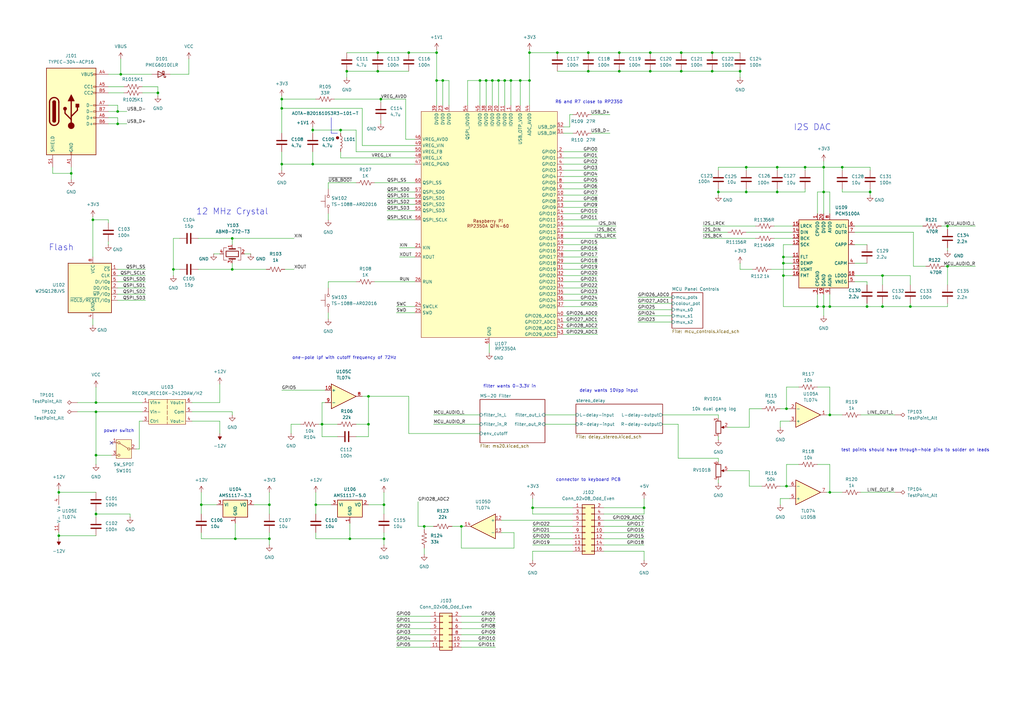
<source format=kicad_sch>
(kicad_sch (version 20250114) (generator "eeschema") (generator_version "9.0")
  (paper "A3")
  (title_block (title "ECE 499 Synthesizer Main Board") (date "2025-06-02") (rev "01") (company "UVic"))
  (text "connector to keyboard PCB" (at 241.3 196.85 0) (effects (font (size 1.27 1.27))))
  (text "Flash" (at 25.146 101.6 0) (effects (font (size 2.54 2.54))))
  (text "filter wants 0-3.3V in" (at 209.042 158.496 0) (effects (font (size 1.27 1.27))))
  (text "R6 and R7 close to RP2350" (at 241.554 41.91 0) (effects (font (size 1.27 1.27))))
  (text "power switch" (at 48.768 176.784 0) (effects (font (size 1.27 1.27))))
  (text "one-pole lpf with cutoff frequency of 72Hz\n" (at 141.224 146.812 0) (effects (font (size 1.27 1.27))))
  (text "I2S DAC\n" (at 333.248 52.324 0) (effects (font (size 2.54 2.54))))
  (text "test points should have through-hole pins to solder on leads" (at 375.412 184.658 0) (effects (font (size 1.27 1.27))))
  (text "delay wants 10Vpp input" (at 249.682 160.274 0) (effects (font (size 1.27 1.27))))
  (text "12 MHz Crystal" (at 95.25 86.868 0) (effects (font (size 2.54 2.54))))
  (junction (at 306.07 68.58))
  (junction (at 361.95 113.03))
  (junction (at 115.57 44.45))
  (junction (at 128.27 67.31))
  (junction (at 264.16 208.28))
  (junction (at 228.6 21.59))
  (junction (at 361.95 125.73))
  (junction (at 217.17 21.59))
  (junction (at 189.23 215.9))
  (junction (at 303.53 29.21))
  (junction (at 38.1 90.17))
  (junction (at 39.37 186.69))
  (junction (at 254 29.21))
  (junction (at 292.1 29.21))
  (junction (at 157.48 207.01))
  (junction (at 128.27 53.34))
  (junction (at 64.77 38.1))
  (junction (at 96.52 220.98))
  (junction (at 204.47 33.02))
  (junction (at 151.13 173.99))
  (junction (at 115.57 67.31))
  (junction (at 241.3 29.21))
  (junction (at 266.7 21.59))
  (junction (at 95.25 97.79))
  (junction (at 151.13 162.56))
  (junction (at 39.37 165.1))
  (junction (at 173.99 215.9))
  (junction (at 279.4 29.21))
  (junction (at 321.31 105.41))
  (junction (at 254 21.59))
  (junction (at 156.21 40.64))
  (junction (at 322.58 199.39))
  (junction (at 279.4 21.59))
  (junction (at 355.6 125.73))
  (junction (at 373.38 125.73))
  (junction (at 154.94 29.21))
  (junction (at 388.62 109.22))
  (junction (at 143.51 220.98))
  (junction (at 157.48 220.98))
  (junction (at 179.07 33.02))
  (junction (at 322.58 167.64))
  (junction (at 209.55 33.02))
  (junction (at 337.82 125.73))
  (junction (at 340.36 125.73))
  (junction (at 388.62 92.71))
  (junction (at 154.94 21.59))
  (junction (at 321.31 113.03))
  (junction (at 24.13 219.71))
  (junction (at 294.64 78.74))
  (junction (at 48.26 50.8))
  (junction (at 199.39 33.02))
  (junction (at 142.24 29.21))
  (junction (at 292.1 21.59))
  (junction (at 335.28 125.73))
  (junction (at 218.44 208.28))
  (junction (at 266.7 29.21))
  (junction (at 340.36 170.18))
  (junction (at 207.01 33.02))
  (junction (at 24.13 201.93))
  (junction (at 217.17 33.02))
  (junction (at 132.08 173.99))
  (junction (at 139.7 53.34))
  (junction (at 337.82 78.74))
  (junction (at 71.12 110.49))
  (junction (at 29.21 71.12))
  (junction (at 318.77 68.58))
  (junction (at 110.49 207.01))
  (junction (at 110.49 220.98))
  (junction (at 330.2 68.58))
  (junction (at 318.77 78.74))
  (junction (at 356.87 78.74))
  (junction (at 340.36 201.93))
  (junction (at 39.37 168.91))
  (junction (at 129.54 207.01))
  (junction (at 345.44 68.58))
  (junction (at 201.93 33.02))
  (junction (at 179.07 21.59))
  (junction (at 48.26 45.72))
  (junction (at 181.61 33.02))
  (junction (at 49.53 30.48))
  (junction (at 95.25 110.49))
  (junction (at 39.37 210.82))
  (junction (at 321.31 107.95))
  (junction (at 115.57 40.64))
  (junction (at 306.07 78.74))
  (junction (at 167.64 21.59))
  (junction (at 337.82 68.58))
  (junction (at 213.36 33.02))
  (junction (at 82.55 207.01))
  (junction (at 241.3 21.59))
  (junction (at 196.85 33.02))
  (no_connect (at 45.72 181.61))
  (wire (pts (xy 95.25 97.79) (xy 120.65 97.79)))
  (wire (pts (xy 340.36 170.18) (xy 345.44 170.18)))
  (wire (pts (xy 151.13 162.56) (xy 167.64 162.56)))
  (wire (pts (xy 306.07 78.74) (xy 318.77 78.74)))
  (wire (pts (xy 139.7 53.34) (xy 139.7 54.61)))
  (wire (pts (xy 162.56 265.43) (xy 176.53 265.43)))
  (wire (pts (xy 223.52 170.18) (xy 236.22 170.18)))
  (wire (pts (xy 181.61 33.02) (xy 184.15 33.02)))
  (wire (pts (xy 321.31 105.41) (xy 321.31 107.95)))
  (wire (pts (xy 321.31 107.95) (xy 325.12 107.95)))
  (wire (pts (xy 245.11 77.47) (xy 231.14 77.47)))
  (wire (pts (xy 218.44 210.82) (xy 234.95 210.82)))
  (wire (pts (xy 128.27 53.34) (xy 139.7 53.34)))
  (wire (pts (xy 189.23 215.9) (xy 190.5 215.9)))
  (wire (pts (xy 39.37 210.82) (xy 39.37 212.09)))
  (wire (pts (xy 245.11 137.16) (xy 231.14 137.16)))
  (wire (pts (xy 58.42 168.91) (xy 39.37 168.91)))
  (wire (pts (xy 189.23 265.43) (xy 203.2 265.43)))
  (polyline (pts (xy 138.43 54.61) (xy 135.89 54.61)))
  (wire (pts (xy 184.15 33.02) (xy 184.15 43.18)))
  (wire (pts (xy 345.44 68.58) (xy 356.87 68.58)))
  (wire (pts (xy 320.04 199.39) (xy 322.58 199.39)))
  (wire (pts (xy 388.62 124.46) (xy 388.62 125.73)))
  (wire (pts (xy 120.65 110.49) (xy 116.84 110.49)))
  (wire (pts (xy 64.77 38.1) (xy 64.77 39.37)))
  (wire (pts (xy 325.12 105.41) (xy 321.31 105.41)))
  (wire (pts (xy 31.75 168.91) (xy 39.37 168.91)))
  (wire (pts (xy 134.62 128.27) (xy 134.62 130.81)))
  (wire (pts (xy 228.6 21.59) (xy 241.3 21.59)))
  (wire (pts (xy 340.36 125.73) (xy 355.6 125.73)))
  (wire (pts (xy 303.53 29.21) (xy 292.1 29.21)))
  (wire (pts (xy 29.21 71.12) (xy 29.21 73.66)))
  (wire (pts (xy 335.28 78.74) (xy 337.82 78.74)))
  (wire (pts (xy 241.3 21.59) (xy 254 21.59)))
  (wire (pts (xy 337.82 78.74) (xy 340.36 78.74)))
  (wire (pts (xy 157.48 218.44) (xy 157.48 220.98)))
  (wire (pts (xy 388.62 101.6) (xy 388.62 102.87)))
  (wire (pts (xy 115.57 39.37) (xy 115.57 40.64)))
  (wire (pts (xy 177.8 170.18) (xy 196.85 170.18)))
  (wire (pts (xy 322.58 158.75) (xy 327.66 158.75)))
  (wire (pts (xy 64.77 35.56) (xy 64.77 38.1)))
  (wire (pts (xy 177.8 173.99) (xy 196.85 173.99)))
  (wire (pts (xy 115.57 44.45) (xy 148.59 44.45)))
  (wire (pts (xy 100.33 104.14) (xy 102.87 104.14)))
  (wire (pts (xy 146.05 53.34) (xy 139.7 53.34)))
  (wire (pts (xy 210.82 224.79) (xy 189.23 224.79)))
  (wire (pts (xy 223.52 173.99) (xy 236.22 173.99)))
  (wire (pts (xy 361.95 125.73) (xy 373.38 125.73)))
  (wire (pts (xy 162.56 260.35) (xy 176.53 260.35)))
  (wire (pts (xy 247.65 213.36) (xy 264.16 213.36)))
  (wire (pts (xy 288.29 95.25) (xy 298.45 95.25)))
  (wire (pts (xy 355.6 124.46) (xy 355.6 125.73)))
  (wire (pts (xy 264.16 208.28) (xy 247.65 208.28)))
  (wire (pts (xy 294.64 196.85) (xy 294.64 198.12)))
  (wire (pts (xy 337.82 78.74) (xy 337.82 87.63)))
  (wire (pts (xy 340.36 170.18) (xy 339.09 170.18)))
  (wire (pts (xy 158.75 78.74) (xy 170.18 78.74)))
  (wire (pts (xy 217.17 33.02) (xy 213.36 33.02)))
  (wire (pts (xy 142.24 29.21) (xy 142.24 31.75)))
  (wire (pts (xy 81.28 110.49) (xy 95.25 110.49)))
  (wire (pts (xy 298.45 175.26) (xy 307.34 175.26)))
  (wire (pts (xy 218.44 218.44) (xy 234.95 218.44)))
  (wire (pts (xy 48.26 115.57) (xy 59.69 115.57)))
  (wire (pts (xy 154.94 21.59) (xy 167.64 21.59)))
  (wire (pts (xy 115.57 67.31) (xy 115.57 69.85)))
  (wire (pts (xy 138.43 179.07) (xy 132.08 179.07)))
  (wire (pts (xy 39.37 158.75) (xy 39.37 165.1)))
  (wire (pts (xy 231.14 97.79) (xy 252.73 97.79)))
  (wire (pts (xy 321.31 100.33) (xy 321.31 105.41)))
  (wire (pts (xy 44.45 30.48) (xy 49.53 30.48)))
  (wire (pts (xy 320.04 204.47) (xy 320.04 207.01)))
  (wire (pts (xy 278.13 173.99) (xy 278.13 187.96)))
  (wire (pts (xy 325.12 100.33) (xy 321.31 100.33)))
  (wire (pts (xy 82.55 207.01) (xy 88.9 207.01)))
  (wire (pts (xy 128.27 62.23) (xy 128.27 67.31)))
  (wire (pts (xy 123.19 173.99) (xy 119.38 173.99)))
  (wire (pts (xy 129.54 218.44) (xy 129.54 220.98)))
  (wire (pts (xy 58.42 38.1) (xy 64.77 38.1)))
  (wire (pts (xy 189.23 257.81) (xy 203.2 257.81)))
  (wire (pts (xy 323.85 204.47) (xy 320.04 204.47)))
  (wire (pts (xy 294.64 68.58) (xy 306.07 68.58)))
  (wire (pts (xy 294.64 69.85) (xy 294.64 68.58)))
  (wire (pts (xy 245.11 132.08) (xy 231.14 132.08)))
  (wire (pts (xy 203.2 252.73) (xy 189.23 252.73)))
  (wire (pts (xy 330.2 68.58) (xy 330.2 69.85)))
  (wire (pts (xy 294.64 170.18) (xy 294.64 171.45)))
  (wire (pts (xy 158.75 83.82) (xy 170.18 83.82)))
  (wire (pts (xy 151.13 173.99) (xy 146.05 173.99)))
  (wire (pts (xy 294.64 78.74) (xy 306.07 78.74)))
  (wire (pts (xy 24.13 218.44) (xy 24.13 219.71)))
  (wire (pts (xy 353.06 170.18) (xy 367.03 170.18)))
  (wire (pts (xy 217.17 33.02) (xy 217.17 43.18)))
  (wire (pts (xy 78.74 172.72) (xy 90.17 172.72)))
  (wire (pts (xy 320.04 167.64) (xy 322.58 167.64)))
  (wire (pts (xy 264.16 210.82) (xy 247.65 210.82)))
  (wire (pts (xy 330.2 77.47) (xy 330.2 78.74)))
  (wire (pts (xy 306.07 77.47) (xy 306.07 78.74)))
  (wire (pts (xy 44.45 91.44) (xy 44.45 90.17)))
  (wire (pts (xy 245.11 69.85) (xy 231.14 69.85)))
  (polyline (pts (xy 135.89 48.26) (xy 135.89 54.61)))
  (wire (pts (xy 48.26 48.26) (xy 48.26 50.8)))
  (wire (pts (xy 134.62 115.57) (xy 146.05 115.57)))
  (wire (pts (xy 204.47 33.02) (xy 204.47 43.18)))
  (wire (pts (xy 345.44 68.58) (xy 345.44 69.85)))
  (wire (pts (xy 153.67 115.57) (xy 170.18 115.57)))
  (wire (pts (xy 162.56 262.89) (xy 176.53 262.89)))
  (wire (pts (xy 24.13 219.71) (xy 24.13 220.98)))
  (wire (pts (xy 48.26 45.72) (xy 52.07 45.72)))
  (wire (pts (xy 39.37 186.69) (xy 39.37 190.5)))
  (wire (pts (xy 231.14 54.61) (xy 234.95 54.61)))
  (wire (pts (xy 128.27 52.07) (xy 128.27 53.34)))
  (wire (pts (xy 318.77 77.47) (xy 318.77 78.74)))
  (wire (pts (xy 292.1 21.59) (xy 303.53 21.59)))
  (wire (pts (xy 90.17 165.1) (xy 90.17 157.48)))
  (wire (pts (xy 210.82 218.44) (xy 210.82 224.79)))
  (wire (pts (xy 115.57 62.23) (xy 115.57 67.31)))
  (wire (pts (xy 167.64 162.56) (xy 167.64 177.8)))
  (wire (pts (xy 231.14 110.49) (xy 245.11 110.49)))
  (wire (pts (xy 356.87 78.74) (xy 356.87 77.47)))
  (wire (pts (xy 245.11 64.77) (xy 231.14 64.77)))
  (wire (pts (xy 82.55 218.44) (xy 82.55 220.98)))
  (wire (pts (xy 151.13 162.56) (xy 151.13 173.99)))
  (wire (pts (xy 373.38 125.73) (xy 388.62 125.73)))
  (wire (pts (xy 317.5 97.79) (xy 325.12 97.79)))
  (wire (pts (xy 279.4 29.21) (xy 292.1 29.21)))
  (wire (pts (xy 337.82 125.73) (xy 340.36 125.73)))
  (wire (pts (xy 356.87 78.74) (xy 356.87 80.01)))
  (wire (pts (xy 163.83 105.41) (xy 170.18 105.41)))
  (wire (pts (xy 128.27 67.31) (xy 170.18 67.31)))
  (wire (pts (xy 59.69 110.49) (xy 48.26 110.49)))
  (wire (pts (xy 95.25 168.91) (xy 95.25 170.18)))
  (wire (pts (xy 132.08 165.1) (xy 132.08 173.99)))
  (wire (pts (xy 245.11 125.73) (xy 231.14 125.73)))
  (wire (pts (xy 44.45 35.56) (xy 50.8 35.56)))
  (wire (pts (xy 167.64 21.59) (xy 179.07 21.59)))
  (wire (pts (xy 266.7 21.59) (xy 279.4 21.59)))
  (wire (pts (xy 218.44 208.28) (xy 234.95 208.28)))
  (wire (pts (xy 337.82 66.04) (xy 337.82 68.58)))
  (wire (pts (xy 158.75 86.36) (xy 170.18 86.36)))
  (wire (pts (xy 204.47 33.02) (xy 207.01 33.02)))
  (wire (pts (xy 57.15 172.72) (xy 58.42 172.72)))
  (wire (pts (xy 279.4 21.59) (xy 292.1 21.59)))
  (wire (pts (xy 288.29 92.71) (xy 309.88 92.71)))
  (wire (pts (xy 185.42 215.9) (xy 189.23 215.9)))
  (wire (pts (xy 154.94 29.21) (xy 167.64 29.21)))
  (wire (pts (xy 162.56 125.73) (xy 170.18 125.73)))
  (wire (pts (xy 335.28 158.75) (xy 340.36 158.75)))
  (wire (pts (xy 96.52 214.63) (xy 96.52 220.98)))
  (wire (pts (xy 148.59 59.69) (xy 170.18 59.69)))
  (wire (pts (xy 250.19 46.99) (xy 242.57 46.99)))
  (wire (pts (xy 350.52 92.71) (xy 378.46 92.71)))
  (wire (pts (xy 325.12 110.49) (xy 316.23 110.49)))
  (wire (pts (xy 231.14 95.25) (xy 252.73 95.25)))
  (wire (pts (xy 353.06 201.93) (xy 367.03 201.93)))
  (wire (pts (xy 207.01 33.02) (xy 207.01 43.18)))
  (wire (pts (xy 330.2 68.58) (xy 337.82 68.58)))
  (wire (pts (xy 321.31 107.95) (xy 321.31 113.03)))
  (wire (pts (xy 355.6 115.57) (xy 355.6 116.84)))
  (wire (pts (xy 199.39 33.02) (xy 199.39 43.18)))
  (wire (pts (xy 322.58 190.5) (xy 327.66 190.5)))
  (wire (pts (xy 115.57 40.64) (xy 129.54 40.64)))
  (wire (pts (xy 209.55 33.02) (xy 213.36 33.02)))
  (wire (pts (xy 318.77 68.58) (xy 318.77 69.85)))
  (wire (pts (xy 317.5 92.71) (xy 325.12 92.71)))
  (wire (pts (xy 241.3 29.21) (xy 254 29.21)))
  (wire (pts (xy 134.62 115.57) (xy 134.62 118.11)))
  (wire (pts (xy 181.61 33.02) (xy 181.61 43.18)))
  (wire (pts (xy 218.44 208.28) (xy 218.44 210.82)))
  (wire (pts (xy 228.6 29.21) (xy 241.3 29.21)))
  (wire (pts (xy 132.08 179.07) (xy 132.08 173.99)))
  (wire (pts (xy 38.1 90.17) (xy 44.45 90.17)))
  (wire (pts (xy 110.49 201.93) (xy 110.49 207.01)))
  (wire (pts (xy 21.59 71.12) (xy 29.21 71.12)))
  (wire (pts (xy 166.37 57.15) (xy 166.37 40.64)))
  (wire (pts (xy 199.39 33.02) (xy 201.93 33.02)))
  (wire (pts (xy 163.83 101.6) (xy 170.18 101.6)))
  (wire (pts (xy 44.45 38.1) (xy 50.8 38.1)))
  (wire (pts (xy 196.85 33.02) (xy 199.39 33.02)))
  (wire (pts (xy 218.44 226.06) (xy 234.95 226.06)))
  (wire (pts (xy 153.67 74.93) (xy 170.18 74.93)))
  (wire (pts (xy 129.54 207.01) (xy 135.89 207.01)))
  (wire (pts (xy 162.56 252.73) (xy 176.53 252.73)))
  (wire (pts (xy 128.27 54.61) (xy 128.27 53.34)))
  (wire (pts (xy 90.17 104.14) (xy 87.63 104.14)))
  (wire (pts (xy 167.64 177.8) (xy 196.85 177.8)))
  (wire (pts (xy 95.25 110.49) (xy 95.25 107.95)))
  (wire (pts (xy 306.07 68.58) (xy 318.77 68.58)))
  (wire (pts (xy 82.55 201.93) (xy 82.55 207.01)))
  (wire (pts (xy 157.48 201.93) (xy 157.48 207.01)))
  (wire (pts (xy 24.13 201.93) (xy 24.13 203.2)))
  (wire (pts (xy 48.26 118.11) (xy 59.69 118.11)))
  (wire (pts (xy 337.82 125.73) (xy 337.82 129.54)))
  (wire (pts (xy 156.21 40.64) (xy 156.21 41.91)))
  (wire (pts (xy 77.47 30.48) (xy 69.85 30.48)))
  (wire (pts (xy 361.95 125.73) (xy 355.6 125.73)))
  (wire (pts (xy 38.1 88.9) (xy 38.1 90.17)))
  (wire (pts (xy 303.53 29.21) (xy 303.53 31.75)))
  (wire (pts (xy 205.74 218.44) (xy 210.82 218.44)))
  (wire (pts (xy 44.45 50.8) (xy 48.26 50.8)))
  (wire (pts (xy 261.62 132.08) (xy 275.59 132.08)))
  (wire (pts (xy 110.49 220.98) (xy 96.52 220.98)))
  (wire (pts (xy 95.25 110.49) (xy 109.22 110.49)))
  (wire (pts (xy 209.55 33.02) (xy 209.55 43.18)))
  (wire (pts (xy 157.48 220.98) (xy 143.51 220.98)))
  (wire (pts (xy 307.34 193.04) (xy 307.34 199.39)))
  (wire (pts (xy 158.75 81.28) (xy 170.18 81.28)))
  (wire (pts (xy 264.16 204.47) (xy 264.16 208.28)))
  (wire (pts (xy 335.28 125.73) (xy 337.82 125.73)))
  (wire (pts (xy 247.65 218.44) (xy 264.16 218.44)))
  (wire (pts (xy 29.21 68.58) (xy 29.21 71.12)))
  (wire (pts (xy 400.05 92.71) (xy 388.62 92.71)))
  (wire (pts (xy 294.64 179.07) (xy 294.64 180.34)))
  (wire (pts (xy 24.13 200.66) (xy 24.13 201.93)))
  (wire (pts (xy 201.93 33.02) (xy 201.93 43.18)))
  (wire (pts (xy 134.62 74.93) (xy 134.62 77.47)))
  (wire (pts (xy 261.62 127) (xy 275.59 127)))
  (wire (pts (xy 335.28 190.5) (xy 340.36 190.5)))
  (wire (pts (xy 306.07 95.25) (xy 325.12 95.25)))
  (wire (pts (xy 340.36 158.75) (xy 340.36 170.18)))
  (wire (pts (xy 57.15 184.15) (xy 55.88 184.15)))
  (wire (pts (xy 191.77 33.02) (xy 196.85 33.02)))
  (wire (pts (xy 71.12 110.49) (xy 71.12 97.79)))
  (wire (pts (xy 337.82 68.58) (xy 337.82 78.74)))
  (wire (pts (xy 77.47 24.13) (xy 77.47 30.48)))
  (wire (pts (xy 158.75 90.17) (xy 170.18 90.17)))
  (wire (pts (xy 245.11 100.33) (xy 231.14 100.33)))
  (wire (pts (xy 179.07 21.59) (xy 179.07 33.02)))
  (wire (pts (xy 119.38 173.99) (xy 119.38 177.8)))
  (wire (pts (xy 231.14 107.95) (xy 245.11 107.95)))
  (wire (pts (xy 129.54 207.01) (xy 129.54 210.82)))
  (wire (pts (xy 81.28 97.79) (xy 95.25 97.79)))
  (wire (pts (xy 203.2 255.27) (xy 189.23 255.27)))
  (wire (pts (xy 388.62 109.22) (xy 387.35 109.22)))
  (wire (pts (xy 318.77 78.74) (xy 330.2 78.74)))
  (wire (pts (xy 361.95 125.73) (xy 361.95 124.46)))
  (wire (pts (xy 350.52 113.03) (xy 361.95 113.03)))
  (wire (pts (xy 261.62 121.92) (xy 275.59 121.92)))
  (wire (pts (xy 115.57 67.31) (xy 128.27 67.31)))
  (wire (pts (xy 218.44 220.98) (xy 234.95 220.98)))
  (wire (pts (xy 48.26 123.19) (xy 59.69 123.19)))
  (wire (pts (xy 217.17 21.59) (xy 228.6 21.59)))
  (wire (pts (xy 189.23 260.35) (xy 203.2 260.35)))
  (wire (pts (xy 245.11 123.19) (xy 231.14 123.19)))
  (wire (pts (xy 189.23 262.89) (xy 203.2 262.89)))
  (wire (pts (xy 245.11 134.62) (xy 231.14 134.62)))
  (wire (pts (xy 245.11 72.39) (xy 231.14 72.39)))
  (wire (pts (xy 171.45 215.9) (xy 173.99 215.9)))
  (wire (pts (xy 350.52 115.57) (xy 355.6 115.57)))
  (wire (pts (xy 350.52 100.33) (xy 355.6 100.33)))
  (wire (pts (xy 322.58 199.39) (xy 323.85 199.39)))
  (wire (pts (xy 250.19 54.61) (xy 242.57 54.61)))
  (wire (pts (xy 231.14 85.09) (xy 245.11 85.09)))
  (wire (pts (xy 179.07 20.32) (xy 179.07 21.59)))
  (wire (pts (xy 156.21 49.53) (xy 156.21 50.8)))
  (wire (pts (xy 110.49 220.98) (xy 110.49 223.52)))
  (wire (pts (xy 247.65 215.9) (xy 264.16 215.9)))
  (wire (pts (xy 44.45 43.18) (xy 48.26 43.18)))
  (wire (pts (xy 261.62 124.46) (xy 275.59 124.46)))
  (wire (pts (xy 58.42 35.56) (xy 64.77 35.56)))
  (wire (pts (xy 21.59 68.58) (xy 21.59 71.12)))
  (wire (pts (xy 231.14 92.71) (xy 252.73 92.71)))
  (wire (pts (xy 142.24 29.21) (xy 154.94 29.21)))
  (wire (pts (xy 335.28 120.65) (xy 335.28 125.73)))
  (wire (pts (xy 151.13 173.99) (xy 151.13 179.07)))
  (wire (pts (xy 218.44 215.9) (xy 234.95 215.9)))
  (wire (pts (xy 39.37 209.55) (xy 39.37 210.82)))
  (wire (pts (xy 201.93 33.02) (xy 204.47 33.02)))
  (wire (pts (xy 134.62 87.63) (xy 134.62 90.17)))
  (wire (pts (xy 217.17 21.59) (xy 217.17 33.02)))
  (wire (pts (xy 320.04 172.72) (xy 320.04 175.26)))
  (wire (pts (xy 44.45 45.72) (xy 48.26 45.72)))
  (wire (pts (xy 350.52 95.25) (xy 374.65 95.25)))
  (wire (pts (xy 134.62 74.93) (xy 146.05 74.93)))
  (wire (pts (xy 104.14 207.01) (xy 110.49 207.01)))
  (wire (pts (xy 294.64 77.47) (xy 294.64 78.74)))
  (wire (pts (xy 115.57 40.64) (xy 115.57 44.45)))
  (wire (pts (xy 189.23 224.79) (xy 189.23 215.9)))
  (wire (pts (xy 151.13 179.07) (xy 146.05 179.07)))
  (wire (pts (xy 231.14 87.63) (xy 245.11 87.63)))
  (wire (pts (xy 233.68 46.99) (xy 234.95 46.99)))
  (wire (pts (xy 345.44 78.74) (xy 356.87 78.74)))
  (wire (pts (xy 345.44 78.74) (xy 345.44 77.47)))
  (wire (pts (xy 90.17 172.72) (xy 90.17 177.8)))
  (wire (pts (xy 340.36 190.5) (xy 340.36 201.93)))
  (wire (pts (xy 173.99 215.9) (xy 177.8 215.9)))
  (wire (pts (xy 373.38 124.46) (xy 373.38 125.73)))
  (wire (pts (xy 137.16 40.64) (xy 156.21 40.64)))
  (wire (pts (xy 340.36 201.93) (xy 339.09 201.93)))
  (wire (pts (xy 44.45 48.26) (xy 48.26 48.26)))
  (wire (pts (xy 303.53 110.49) (xy 303.53 107.95)))
  (wire (pts (xy 264.16 208.28) (xy 264.16 210.82)))
  (wire (pts (xy 245.11 80.01) (xy 231.14 80.01)))
  (wire (pts (xy 264.16 226.06) (xy 247.65 226.06)))
  (wire (pts (xy 170.18 64.77) (xy 139.7 64.77)))
  (wire (pts (xy 340.36 78.74) (xy 340.36 87.63)))
  (wire (pts (xy 254 29.21) (xy 266.7 29.21)))
  (wire (pts (xy 173.99 224.79) (xy 173.99 227.33)))
  (wire (pts (xy 350.52 107.95) (xy 355.6 107.95)))
  (wire (pts (xy 53.34 210.82) (xy 39.37 210.82)))
  (wire (pts (xy 48.26 50.8) (xy 52.07 50.8)))
  (wire (pts (xy 162.56 255.27) (xy 176.53 255.27)))
  (wire (pts (xy 340.36 201.93) (xy 345.44 201.93)))
  (wire (pts (xy 373.38 113.03) (xy 373.38 116.84)))
  (wire (pts (xy 143.51 214.63) (xy 143.51 220.98)))
  (wire (pts (xy 321.31 125.73) (xy 335.28 125.73)))
  (wire (pts (xy 231.14 102.87) (xy 245.11 102.87)))
  (wire (pts (xy 271.78 173.99) (xy 278.13 173.99)))
  (wire (pts (xy 379.73 109.22) (xy 374.65 109.22)))
  (wire (pts (xy 138.43 173.99) (xy 132.08 173.99)))
  (wire (pts (xy 231.14 115.57) (xy 245.11 115.57)))
  (wire (pts (xy 82.55 207.01) (xy 82.55 210.82)))
  (wire (pts (xy 110.49 218.44) (xy 110.49 220.98)))
  (wire (pts (xy 146.05 62.23) (xy 146.05 53.34)))
  (wire (pts (xy 388.62 92.71) (xy 388.62 93.98)))
  (wire (pts (xy 171.45 205.74) (xy 171.45 215.9)))
  (wire (pts (xy 133.35 165.1) (xy 132.08 165.1)))
  (wire (pts (xy 82.55 220.98) (xy 96.52 220.98)))
  (wire (pts (xy 213.36 33.02) (xy 213.36 43.18)))
  (wire (pts (xy 151.13 207.01) (xy 157.48 207.01)))
  (wire (pts (xy 340.36 120.65) (xy 340.36 125.73)))
  (wire (pts (xy 157.48 207.01) (xy 157.48 210.82)))
  (wire (pts (xy 388.62 109.22) (xy 388.62 116.84)))
  (wire (pts (xy 39.37 165.1) (xy 58.42 165.1)))
  (wire (pts (xy 322.58 167.64) (xy 322.58 158.75)))
  (wire (pts (xy 205.74 213.36) (xy 234.95 213.36)))
  (wire (pts (xy 374.65 109.22) (xy 374.65 95.25)))
  (wire (pts (xy 231.14 105.41) (xy 245.11 105.41)))
  (wire (pts (xy 179.07 33.02) (xy 181.61 33.02)))
  (wire (pts (xy 231.14 113.03) (xy 245.11 113.03)))
  (wire (pts (xy 53.34 212.09) (xy 53.34 210.82)))
  (wire (pts (xy 115.57 160.02) (xy 133.35 160.02)))
  (wire (pts (xy 71.12 113.03) (xy 71.12 110.49)))
  (wire (pts (xy 142.24 21.59) (xy 154.94 21.59)))
  (wire (pts (xy 48.26 113.03) (xy 59.69 113.03)))
  (wire (pts (xy 321.31 113.03) (xy 325.12 113.03)))
  (wire (pts (xy 49.53 30.48) (xy 49.53 24.13)))
  (wire (pts (xy 307.34 199.39) (xy 312.42 199.39)))
  (wire (pts (xy 345.44 68.58) (xy 337.82 68.58)))
  (wire (pts (xy 48.26 43.18) (xy 48.26 45.72)))
  (wire (pts (xy 191.77 33.02) (xy 191.77 43.18)))
  (wire (pts (xy 337.82 120.65) (xy 337.82 125.73)))
  (wire (pts (xy 217.17 20.32) (xy 217.17 21.59)))
  (wire (pts (xy 231.14 90.17) (xy 245.11 90.17)))
  (wire (pts (xy 170.18 62.23) (xy 146.05 62.23)))
  (wire (pts (xy 157.48 220.98) (xy 157.48 223.52)))
  (wire (pts (xy 298.45 193.04) (xy 307.34 193.04)))
  (wire (pts (xy 307.34 175.26) (xy 307.34 167.64)))
  (wire (pts (xy 321.31 125.73) (xy 321.31 113.03)))
  (wire (pts (xy 356.87 69.85) (xy 356.87 68.58)))
  (wire (pts (xy 78.74 168.91) (xy 95.25 168.91)))
  (wire (pts (xy 264.16 229.87) (xy 264.16 226.06)))
  (wire (pts (xy 294.64 78.74) (xy 294.64 80.01)))
  (wire (pts (xy 57.15 184.15) (xy 57.15 172.72)))
  (wire (pts (xy 245.11 129.54) (xy 231.14 129.54)))
  (wire (pts (xy 156.21 40.64) (xy 166.37 40.64)))
  (wire (pts (xy 245.11 74.93) (xy 231.14 74.93)))
  (wire (pts (xy 71.12 110.49) (xy 73.66 110.49)))
  (wire (pts (xy 115.57 54.61) (xy 115.57 44.45)))
  (wire (pts (xy 218.44 229.87) (xy 218.44 226.06)))
  (wire (pts (xy 173.99 215.9) (xy 173.99 217.17)))
  (wire (pts (xy 39.37 168.91) (xy 39.37 186.69)))
  (wire (pts (xy 179.07 33.02) (xy 179.07 43.18)))
  (wire (pts (xy 306.07 68.58) (xy 306.07 69.85)))
  (wire (pts (xy 49.53 30.48) (xy 62.23 30.48)))
  (wire (pts (xy 200.66 140.97) (xy 200.66 144.78)))
  (wire (pts (xy 110.49 207.01) (xy 110.49 210.82)))
  (wire (pts (xy 148.59 162.56) (xy 151.13 162.56)))
  (wire (pts (xy 162.56 128.27) (xy 170.18 128.27)))
  (wire (pts (xy 247.65 223.52) (xy 264.16 223.52)))
  (wire (pts (xy 271.78 170.18) (xy 294.64 170.18)))
  (wire (pts (xy 266.7 29.21) (xy 279.4 29.21)))
  (wire (pts (xy 245.11 67.31) (xy 231.14 67.31)))
  (wire (pts (xy 196.85 33.02) (xy 196.85 43.18)))
  (wire (pts (xy 48.26 120.65) (xy 59.69 120.65)))
  (wire (pts (xy 294.64 187.96) (xy 294.64 189.23)))
  (wire (pts (xy 245.11 62.23) (xy 231.14 62.23)))
  (wire (pts (xy 95.25 97.79) (xy 95.25 100.33)))
  (wire (pts (xy 129.54 201.93) (xy 129.54 207.01)))
  (wire (pts (xy 71.12 97.79) (xy 73.66 97.79)))
  (wire (pts (xy 39.37 186.69) (xy 45.72 186.69)))
  (wire (pts (xy 31.75 165.1) (xy 39.37 165.1)))
  (wire (pts (xy 162.56 257.81) (xy 176.53 257.81)))
  (wire (pts (xy 44.45 99.06) (xy 44.45 100.33)))
  (wire (pts (xy 278.13 187.96) (xy 294.64 187.96)))
  (wire (pts (xy 132.08 173.99) (xy 130.81 173.99)))
  (wire (pts (xy 148.59 44.45) (xy 148.59 59.69)))
  (wire (pts (xy 78.74 165.1) (xy 90.17 165.1)))
  (wire (pts (xy 218.44 223.52) (xy 234.95 223.52)))
  (wire (pts (xy 231.14 82.55) (xy 245.11 82.55)))
  (wire (pts (xy 323.85 172.72) (xy 320.04 172.72)))
  (wire (pts (xy 218.44 204.47) (xy 218.44 208.28)))
  (wire (pts (xy 245.11 120.65) (xy 231.14 120.65)))
  (wire (pts (xy 233.68 52.07) (xy 233.68 46.99)))
  (wire (pts (xy 318.77 68.58) (xy 330.2 68.58)))
  (wire (pts (xy 307.34 167.64) (xy 312.42 167.64)))
  (wire (pts (xy 38.1 130.81) (xy 38.1 133.35)))
  (wire (pts (xy 361.95 116.84) (xy 361.95 113.03)))
  (wire (pts (xy 254 21.59) (xy 266.7 21.59)))
  (wire (pts (xy 261.62 129.54) (xy 275.59 129.54)))
  (wire (pts (xy 247.65 220.98) (xy 264.16 220.98)))
  (wire (pts (xy 288.29 97.79) (xy 309.88 97.79)))
  (wire (pts (xy 24.13 201.93) (xy 39.37 201.93)))
  (wire (pts (xy 24.13 219.71) (xy 39.37 219.71)))
  (wire (pts (xy 207.01 33.02) (xy 209.55 33.02)))
  (wire (pts (xy 400.05 109.22) (xy 388.62 109.22)))
  (wire (pts (xy 308.61 110.49) (xy 303.53 110.49)))
  (wire (pts (xy 386.08 92.71) (xy 388.62 92.71)))
  (wire (pts (xy 231.14 52.07) (xy 233.68 52.07)))
  (wire (pts (xy 322.58 167.64) (xy 323.85 167.64)))
  (wire (pts (xy 139.7 64.77) (xy 139.7 62.23)))
  (wire (pts (xy 361.95 113.03) (xy 373.38 113.03)))
  (wire (pts (xy 170.18 57.15) (xy 166.37 57.15)))
  (wire (pts (xy 38.1 90.17) (xy 38.1 105.41)))
  (wire (pts (xy 322.58 199.39) (xy 322.58 190.5)))
  (wire (pts (xy 129.54 220.98) (xy 143.51 220.98)))
  (wire (pts (xy 231.14 118.11) (xy 245.11 118.11)))
  (wire (pts (xy 335.28 78.74) (xy 335.28 87.63)))
  (label "GPIO10" (at 245.11 87.63 180))
  (label "GPIO4" (at 245.11 72.39 180))
  (label "GPIO1" (at 245.11 64.77 180))
  (label "USB_D-" (at 250.19 54.61 180))
  (label "QSPI_SD0" (at 158.75 78.74 0))
  (label "GPIO3" (at 162.56 260.35 0))
  (label "QSPI_SCLK" (at 59.69 113.03 180))
  (label "GPIO3" (at 245.11 69.85 180))
  (label "GPIO4" (at 162.56 262.89 0))
  (label "GPIO21" (at 245.11 115.57 180))
  (label "GPIO7" (at 203.2 255.27 180))
  (label "VREG_AVDD" (at 156.21 40.64 0))
  (label "~{USB_BOOT}" (at 134.62 74.93 0))
  (label "GPIO18" (at 245.11 107.95 180))
  (label "GPIO17" (at 245.11 105.41 180))
  (label "GPIO1" (at 162.56 255.27 0))
  (label "GPIO20" (at 218.44 220.98 0))
  (label "QSPI_SCLK" (at 158.75 90.17 0))
  (label "GPIO8" (at 203.2 257.81 180))
  (label "GPIO29_ADC3" (at 264.16 213.36 180))
  (label "GPIO28_ADC2" (at 245.11 134.62 180))
  (label "GPIO6" (at 203.2 252.73 180))
  (label "GPIO2" (at 245.11 67.31 180))
  (label "GPIO15" (at 245.11 100.33 180))
  (label "GPIO23" (at 261.62 132.08 0))
  (label "USB_D-" (at 52.07 45.72 0))
  (label "MCU_AUDIO_L" (at 177.8 170.18 0))
  (label "GPIO19" (at 218.44 223.52 0))
  (label "GPIO5" (at 245.11 74.93 180))
  (label "GPIO16" (at 245.11 102.87 180))
  (label "GPIO11" (at 245.11 90.17 180))
  (label "QSPI_SD1" (at 59.69 118.11 180))
  (label "GPIO11" (at 203.2 265.43 180))
  (label "LINE_OUT_R" (at 355.6 201.93 0))
  (label "SWC" (at 162.56 125.73 0))
  (label "GPIO8" (at 245.11 82.55 180))
  (label "MCU_AUDIO_R" (at 177.8 173.99 0))
  (label "QSPI_SD2" (at 59.69 120.65 180))
  (label "QSPI_SD3" (at 59.69 123.19 180))
  (label "QSPI_SD3" (at 158.75 86.36 0))
  (label "XOUT" (at 163.83 105.41 0))
  (label "USB_D+" (at 250.19 46.99 180))
  (label "GPIO25" (at 261.62 127 0))
  (label "GPIO24" (at 245.11 123.19 180))
  (label "I2S_LRCK" (at 288.29 92.71 0))
  (label "XIN" (at 120.65 97.79 0))
  (label "GPIO7" (at 245.11 80.01 180))
  (label "GPIO0" (at 245.11 62.23 180))
  (label "QSPI_SD0" (at 59.69 115.57 180))
  (label "GPIO21" (at 218.44 218.44 0))
  (label "GPIO9" (at 245.11 85.09 180))
  (label "MCU_AUDIO_L" (at 400.05 92.71 180))
  (label "I2S_BCK" (at 252.73 95.25 180))
  (label "GPIO29_ADC3" (at 245.11 137.16 180))
  (label "GPIO25" (at 245.11 125.73 180))
  (label "GPIO27_ADC1" (at 245.11 132.08 180))
  (label "GPIO26_ADC0" (at 261.62 121.92 0))
  (label "RUN" (at 163.83 115.57 0))
  (label "GPIO2" (at 162.56 257.81 0))
  (label "QSPI_SS" (at 59.69 110.49 180))
  (label "SWD" (at 162.56 128.27 0))
  (label "GPIO17" (at 264.16 215.9 180))
  (label "GPIO27_ADC1" (at 261.62 124.46 0))
  (label "GPIO16" (at 264.16 218.44 180))
  (label "GPIO10" (at 203.2 262.89 180))
  (label "GPIO24" (at 261.62 129.54 0))
  (label "GPIO20" (at 245.11 113.03 180))
  (label "I2S_LRCK" (at 252.73 97.79 180))
  (label "GPIO15" (at 264.16 220.98 180))
  (label "GPIO19" (at 245.11 110.49 180))
  (label "LINE_OUT_L" (at 355.6 170.18 0))
  (label "GPIO0" (at 162.56 252.73 0))
  (label "I2S_DIN" (at 252.73 92.71 180))
  (label "QSPI_SS" (at 158.75 74.93 0))
  (label "USB_D+" (at 52.07 50.8 0))
  (label "GPIO23" (at 245.11 120.65 180))
  (label "I2S_BCK" (at 288.29 97.79 0))
  (label "QSPI_SD1" (at 158.75 81.28 0))
  (label "GPIO5" (at 162.56 265.43 0))
  (label "GPIO28_ADC2" (at 171.45 205.74 0))
  (label "GPIO5" (at 115.57 160.02 0))
  (label "GPIO22" (at 245.11 118.11 180))
  (label "VREG_LX" (at 152.4 64.77 0))
  (label "GPIO26_ADC0" (at 245.11 129.54 180))
  (label "GPIO9" (at 203.2 260.35 180))
  (label "QSPI_SD2" (at 158.75 83.82 0))
  (label "XIN" (at 163.83 101.6 0))
  (label "XOUT" (at 120.65 110.49 0))
  (label "GPIO18" (at 264.16 223.52 180))
  (label "MCU_AUDIO_R" (at 400.05 109.22 180))
  (label "GPIO6" (at 245.11 77.47 180))
  (label "GPIO22" (at 218.44 215.9 0))
  (label "I2S_DIN" (at 288.29 95.25 0))
  (symbol (lib_id "Device:R_US") (at 54.61 38.1 90) (unit 1)
    (property "Reference" "R102" (at 52.832 40.894 90))
    (property "Value" "5K1" (at 56.896 40.894 90))
    (property "Footprint" "Resistor_SMD:R_0402_1005Metric" (effects (hide yes)))
    (property "Description" "Resistor, US symbol" (effects (hide yes)))
  )
  (symbol (lib_id "power:GND") (at 294.64 198.12 0) (unit 1)
    (property "Reference" "#PWR0143" (effects (hide yes)))
    (property "Value" "GND" (at 294.64 203.2 0))
    (property "Description" "Power symbol creates a global label with name \"GND\" , ground" (effects (hide yes)))
  )
  (symbol (lib_id "power:GND") (at 87.63 104.14 0) (unit 1)
    (property "Reference" "#PWR0115" (effects (hide yes)))
    (property "Value" "GND" (at 83.566 106.172 0))
    (property "Description" "Power symbol creates a global label with name \"GND\" , ground" (effects (hide yes)))
  )
  (symbol (lib_id "Device:R_US") (at 313.69 97.79 270) (unit 1)
    (property "Reference" "R114" (at 311.658 100.584 90))
    (property "Value" "56R" (at 315.722 100.584 90))
    (property "Footprint" "Resistor_SMD:R_0402_1005Metric" (effects (hide yes)))
    (property "Description" "Resistor, US symbol" (effects (hide yes)))
  )
  (symbol (lib_id "Amplifier_Operational:TL074") (at 198.12 215.9 0) (mirror y) (unit 4)
    (property "Reference" "U105" (at 198.12 205.74 0))
    (property "Value" "TL074" (at 198.12 208.28 0))
    (property "Footprint" "Package_SO:SOIC-14_3.9x8.7mm_P1.27mm" (effects (hide yes)))
    (property "Datasheet" "http://www.ti.com/lit/ds/symlink/tl071.pdf" (effects (hide yes)))
    (property "Description" "Quad Low-Noise JFET-Input Operational Amplifiers, DIP-14/SOIC-14" (effects (hide yes)))
  )
  (symbol (lib_id "power:-12V") (at 90.17 177.8 180) (unit 1)
    (property "Reference" "#PWR0117" (effects (hide yes)))
    (property "Value" "-12V" (at 90.17 182.88 0))
    (property "Description" "Power symbol creates a global label with name \"-12V\"" (effects (hide yes)))
  )
  (symbol (lib_id "Device:C") (at 77.47 97.79 270) (unit 1)
    (property "Reference" "C104" (at 77.47 90.17 90))
    (property "Value" "15p" (at 77.47 92.71 90))
    (property "Footprint" "Capacitor_SMD:C_0402_1005Metric" (effects (hide yes)))
    (property "Description" "Unpolarized capacitor" (effects (hide yes)))
  )
  (symbol (lib_id "Device:C") (at 388.62 97.79 0) (unit 1)
    (property "Reference" "C134" (at 392.43 96.5199 0) (effects (justify left)))
    (property "Value" "2.2n" (at 392.43 99.0599 0) (effects (justify left)))
    (property "Footprint" "Capacitor_SMD:C_0402_1005Metric" (effects (hide yes)))
    (property "Description" "Unpolarized capacitor" (effects (hide yes)))
  )
  (symbol (lib_id "custom_symbols:RP2350A") (at 200.66 91.44 0) (unit 1)
    (property "Reference" "U107" (at 202.8033 140.97 0) (effects (justify left)))
    (property "Value" "RP2350A" (at 202.946 143.002 0) (effects (justify left)))
    (property "Footprint" "custom_footprints:RP2350A_QFN60" (effects (hide yes)))
  )
  (symbol (lib_id "Device:C") (at 44.45 95.25 0) (unit 1)
    (property "Reference" "C103" (at 48.26 93.9799 0) (effects (justify left)))
    (property "Value" "100n" (at 48.26 96.5199 0) (effects (justify left)))
    (property "Footprint" "Capacitor_SMD:C_0402_1005Metric" (effects (hide yes)))
    (property "Description" "Unpolarized capacitor" (effects (hide yes)))
  )
  (symbol (lib_id "power:+3V3") (at 115.57 39.37 0) (unit 1)
    (property "Reference" "#PWR0123" (effects (hide yes)))
    (property "Value" "+3V3" (at 115.57 34.29 0))
    (property "Description" "Power symbol creates a global label with name \"+3V3\"" (effects (hide yes)))
  )
  (symbol (lib_id "power:GND") (at 294.64 180.34 0) (unit 1)
    (property "Reference" "#PWR0142" (effects (hide yes)))
    (property "Value" "GND" (at 294.64 185.42 0))
    (property "Description" "Power symbol creates a global label with name \"GND\" , ground" (effects (hide yes)))
  )
  (symbol (lib_id "Device:C") (at 39.37 205.74 0) (unit 1)
    (property "Reference" "C101" (at 43.18 204.4699 0) (effects (justify left)))
    (property "Value" "100n" (at 43.18 207.0099 0) (effects (justify left)))
    (property "Footprint" "Capacitor_SMD:C_0805_2012Metric" (effects (hide yes)))
    (property "Description" "Unpolarized capacitor" (effects (hide yes)))
  )
  (symbol (lib_id "custom_symbols:TS-1187A-B-A-B") (at 134.62 123.19 90) (unit 1)
    (property "Reference" "SW103" (at 135.89 121.9199 90) (effects (justify right)))
    (property "Value" "TS-1088-AR02016" (at 135.89 124.4599 90) (effects (justify right)))
    (property "Footprint" "custom_footprints:SW_SPST_XunPu_TS-1088" (effects (hide yes)))
    (property "Description" "Push button switch, generic, two pins" (effects (hide yes)))
  )
  (symbol (lib_id "power:GND") (at 134.62 90.17 0) (unit 1)
    (property "Reference" "#PWR0128" (effects (hide yes)))
    (property "Value" "GND" (at 134.62 95.25 0))
    (property "Description" "Power symbol creates a global label with name \"GND\" , ground" (effects (hide yes)))
  )
  (symbol (lib_id "power:GND") (at 320.04 175.26 0) (unit 1)
    (property "Reference" "#PWR0146" (effects (hide yes)))
    (property "Value" "GND" (at 320.04 180.34 0))
    (property "Description" "Power symbol creates a global label with name \"GND\" , ground" (effects (hide yes)))
  )
  (symbol (lib_id "Device:R_US") (at 331.47 158.75 90) (unit 1)
    (property "Reference" "R117" (at 331.47 153.416 90))
    (property "Value" "10k" (at 331.47 155.956 90))
    (property "Footprint" "Resistor_SMD:R_0805_2012Metric" (effects (hide yes)))
    (property "Description" "Resistor, US symbol" (effects (hide yes)))
  )
  (symbol (lib_id "Device:R_US") (at 142.24 173.99 90) (unit 1)
    (property "Reference" "R106" (at 142.24 168.656 90))
    (property "Value" "22k" (at 142.24 171.196 90))
    (property "Footprint" "Resistor_SMD:R_0805_2012Metric" (effects (hide yes)))
    (property "Description" "Resistor, US symbol" (effects (hide yes)))
  )
  (symbol (lib_id "Device:R_US") (at 349.25 170.18 90) (unit 1)
    (property "Reference" "R119" (at 349.25 164.846 90))
    (property "Value" "1k" (at 349.25 167.386 90))
    (property "Footprint" "Resistor_SMD:R_0805_2012Metric" (effects (hide yes)))
    (property "Description" "Resistor, US symbol" (effects (hide yes)))
  )
  (symbol (lib_id "power:GND") (at 356.87 80.01 0) (unit 1)
    (property "Reference" "#PWR0150" (effects (hide yes)))
    (property "Value" "GND" (at 360.68 82.042 0))
    (property "Description" "Power symbol creates a global label with name \"GND\" , ground" (effects (hide yes)))
  )
  (symbol (lib_id "Device:R_US") (at 383.54 109.22 270) (unit 1)
    (property "Reference" "R122" (at 383.286 106.68 90))
    (property "Value" "470R" (at 383.794 111.76 90))
    (property "Footprint" "Resistor_SMD:R_0402_1005Metric" (effects (hide yes)))
    (property "Description" "Resistor, US symbol" (effects (hide yes)))
  )
  (symbol (lib_id "Amplifier_Operational:TL074") (at 26.67 210.82 0) (unit 5)
    (property "Reference" "U105" (at 25.4 209.5499 0) (effects (justify left)))
    (property "Value" "TL074" (at 25.4 212.0899 0) (effects (justify left)))
    (property "Footprint" "Package_SO:SOIC-14_3.9x8.7mm_P1.27mm" (effects (hide yes)))
    (property "Datasheet" "http://www.ti.com/lit/ds/symlink/tl071.pdf" (effects (hide yes)))
    (property "Description" "Quad Low-Noise JFET-Input Operational Amplifiers, DIP-14/SOIC-14" (effects (hide yes)))
  )
  (symbol (lib_id "Device:C") (at 330.2 73.66 0) (mirror y) (unit 1)
    (property "Reference" "C127" (at 326.39 72.136 0) (effects (justify left)))
    (property "Value" "10u" (at 326.39 74.9299 0) (effects (justify left)))
    (property "Footprint" "Capacitor_SMD:C_0805_2012Metric" (effects (hide yes)))
    (property "Description" "Unpolarized capacitor" (effects (hide yes)))
  )
  (symbol (lib_id "Device:C") (at 157.48 214.63 0) (unit 1)
    (property "Reference" "C115" (at 161.29 213.3599 0) (effects (justify left)))
    (property "Value" "10u" (at 161.29 215.8999 0) (effects (justify left)))
    (property "Footprint" "Capacitor_SMD:C_1206_3216Metric" (effects (hide yes)))
    (property "Description" "Unpolarized capacitor" (effects (hide yes)))
  )
  (symbol (lib_id "power:GND") (at 303.53 31.75 0) (unit 1)
    (property "Reference" "#PWR0144" (effects (hide yes)))
    (property "Value" "GND" (at 303.53 36.83 0))
    (property "Description" "Power symbol creates a global label with name \"GND\" , ground" (effects (hide yes)))
  )
  (symbol (lib_id "Device:C") (at 110.49 214.63 0) (unit 1)
    (property "Reference" "C107" (at 114.3 213.3599 0) (effects (justify left)))
    (property "Value" "10u" (at 114.3 215.8999 0) (effects (justify left)))
    (property "Footprint" "Capacitor_SMD:C_1206_3216Metric" (effects (hide yes)))
    (property "Description" "Unpolarized capacitor" (effects (hide yes)))
  )
  (symbol (lib_id "Connector:TestPoint_Alt") (at 367.03 201.93 270) (unit 1)
    (property "Reference" "TP104" (at 372.11 200.6599 90) (effects (justify left)))
    (property "Value" "TestPoint_Alt" (at 372.11 203.1999 90) (effects (justify left)))
    (property "Footprint" "Connector_PinHeader_2.54mm:PinHeader_1x01_P2.54mm_Vertical" (effects (hide yes)))
    (property "Description" "test point (alternative shape)" (effects (hide yes)))
  )
  (symbol (lib_id "Device:C") (at 356.87 73.66 0) (unit 1)
    (property "Reference" "C131" (at 360.68 72.3899 0) (effects (justify left)))
    (property "Value" "100n" (at 360.68 74.9299 0) (effects (justify left)))
    (property "Footprint" "Capacitor_SMD:C_0402_1005Metric" (effects (hide yes)))
    (property "Description" "Unpolarized capacitor" (effects (hide yes)))
  )
  (symbol (lib_id "Device:R_US") (at 133.35 40.64 90) (unit 1)
    (property "Reference" "R105" (at 133.35 35.56 90))
    (property "Value" "33R" (at 133.35 38.1 90))
    (property "Footprint" "Resistor_SMD:R_0402_1005Metric" (effects (hide yes)))
    (property "Description" "Resistor, US symbol" (effects (hide yes)))
  )
  (symbol (lib_id "Device:C") (at 115.57 58.42 0) (unit 1)
    (property "Reference" "C108" (at 119.38 57.1499 0) (effects (justify left)))
    (property "Value" "4.7u" (at 119.38 59.6899 0) (effects (justify left)))
    (property "Footprint" "Capacitor_SMD:C_0402_1005Metric" (effects (hide yes)))
    (property "Description" "Unpolarized capacitor" (effects (hide yes)))
  )
  (symbol (lib_id "power:GND") (at 71.12 113.03 0) (unit 1)
    (property "Reference" "#PWR0112" (effects (hide yes)))
    (property "Value" "GND" (at 71.12 118.11 0))
    (property "Description" "Power symbol creates a global label with name \"GND\" , ground" (effects (hide yes)))
  )
  (symbol (lib_id "power:GND") (at 53.34 212.09 0) (unit 1)
    (property "Reference" "#PWR0110" (effects (hide yes)))
    (property "Value" "GND" (at 53.34 217.17 0))
    (property "Description" "Power symbol creates a global label with name \"GND\" , ground" (effects (hide yes)))
  )
  (symbol (lib_id "custom_symbols:RECOM_REC10K-2412DAW/H2") (at 68.58 162.56 0) (unit 1)
    (property "Reference" "U103" (at 68.58 158.75 0))
    (property "Value" "RECOM_REC10K-2412DAW/H2" (at 68.58 161.29 0))
    (property "Footprint" "custom_footprints:Converter_DCDC_RECOM_REC10K-AW_THT" (effects (hide yes)))
  )
  (symbol (lib_id "Device:C") (at 128.27 58.42 0) (unit 1)
    (property "Reference" "C109" (at 132.08 57.1499 0) (effects (justify left)))
    (property "Value" "4.7u" (at 132.08 59.6899 0) (effects (justify left)))
    (property "Footprint" "Capacitor_SMD:C_0402_1005Metric" (effects (hide yes)))
    (property "Description" "Unpolarized capacitor" (effects (hide yes)))
  )
  (symbol (lib_id "Device:R_US") (at 349.25 201.93 90) (unit 1)
    (property "Reference" "R120" (at 349.25 196.596 90))
    (property "Value" "1k" (at 349.25 199.136 90))
    (property "Footprint" "Resistor_SMD:R_0805_2012Metric" (effects (hide yes)))
    (property "Description" "Resistor, US symbol" (effects (hide yes)))
  )
  (symbol (lib_id "Device:C") (at 254 25.4 0) (unit 1)
    (property "Reference" "C119" (at 257.81 24.1299 0) (effects (justify left)))
    (property "Value" "100n" (at 257.81 26.6699 0) (effects (justify left)))
    (property "Footprint" "Capacitor_SMD:C_0402_1005Metric" (effects (hide yes)))
    (property "Description" "Unpolarized capacitor" (effects (hide yes)))
  )
  (symbol (lib_id "power:GND") (at 156.21 50.8 0) (unit 1)
    (property "Reference" "#PWR0131" (effects (hide yes)))
    (property "Value" "GND" (at 152.4 52.832 0))
    (property "Description" "Power symbol creates a global label with name \"GND\" , ground" (effects (hide yes)))
  )
  (symbol (lib_id "Device:R_US") (at 331.47 190.5 90) (unit 1)
    (property "Reference" "R118" (at 331.47 185.166 90))
    (property "Value" "10k" (at 331.47 187.706 90))
    (property "Footprint" "Resistor_SMD:R_0805_2012Metric" (effects (hide yes)))
    (property "Description" "Resistor, US symbol" (effects (hide yes)))
  )
  (symbol (lib_id "Device:C") (at 303.53 25.4 0) (unit 1)
    (property "Reference" "C124" (at 307.34 24.1299 0) (effects (justify left)))
    (property "Value" "100n" (at 307.34 26.6699 0) (effects (justify left)))
    (property "Footprint" "Capacitor_SMD:C_0402_1005Metric" (effects (hide yes)))
    (property "Description" "Unpolarized capacitor" (effects (hide yes)))
  )
  (symbol (lib_id "Device:C") (at 279.4 25.4 0) (unit 1)
    (property "Reference" "C121" (at 283.21 24.1299 0) (effects (justify left)))
    (property "Value" "100n" (at 283.21 26.6699 0) (effects (justify left)))
    (property "Footprint" "Capacitor_SMD:C_0402_1005Metric" (effects (hide yes)))
    (property "Description" "Unpolarized capacitor" (effects (hide yes)))
  )
  (symbol (lib_id "power:GND") (at 218.44 229.87 0) (unit 1)
    (property "Reference" "#PWR0138" (effects (hide yes)))
    (property "Value" "GND" (at 218.44 234.95 0))
    (property "Description" "Power symbol creates a global label with name \"GND\" , ground" (effects (hide yes)))
  )
  (symbol (lib_id "Device:C") (at 306.07 73.66 0) (mirror y) (unit 1)
    (property "Reference" "C125" (at 302.26 72.3899 0) (effects (justify left)))
    (property "Value" "10u" (at 302.006 74.676 0) (effects (justify left)))
    (property "Footprint" "Capacitor_SMD:C_0805_2012Metric" (effects (hide yes)))
    (property "Description" "Unpolarized capacitor" (effects (hide yes)))
  )
  (symbol (lib_id "Connector_Generic:Conn_02x08_Odd_Even") (at 240.03 215.9 0) (unit 1)
    (property "Reference" "J102" (at 241.3 201.93 0))
    (property "Value" "Conn_02x08_Odd_Even" (at 241.3 204.47 0))
    (property "Footprint" "Connector_PinHeader_2.54mm:PinHeader_2x08_P2.54mm_Vertical" (effects (hide yes)))
    (property "Description" "Generic connector, double row, 02x08, odd/even pin numbering scheme (row 1 odd numbers, row 2 even numbers), script generated (kicad-library-utils/schlib/autogen/connector/)" (effects (hide yes)))
  )
  (symbol (lib_id "Device:C") (at 355.6 120.65 0) (unit 1)
    (property "Reference" "C130" (at 347.98 119.126 0) (effects (justify left)))
    (property "Value" "2.2u" (at 347.98 121.666 0) (effects (justify left)))
    (property "Footprint" "Capacitor_SMD:C_0603_1608Metric" (effects (hide yes)))
    (property "Description" "Unpolarized capacitor" (effects (hide yes)))
  )
  (symbol (lib_id "Amplifier_Operational:TL074") (at 140.97 162.56 0) (unit 3)
    (property "Reference" "U105" (at 140.97 152.4 0))
    (property "Value" "TL074" (at 140.97 154.94 0))
    (property "Footprint" "Package_SO:SOIC-14_3.9x8.7mm_P1.27mm" (effects (hide yes)))
    (property "Datasheet" "http://www.ti.com/lit/ds/symlink/tl071.pdf" (effects (hide yes)))
    (property "Description" "Quad Low-Noise JFET-Input Operational Amplifiers, DIP-14/SOIC-14" (effects (hide yes)))
  )
  (symbol (lib_id "Device:R_US") (at 313.69 92.71 270) (unit 1)
    (property "Reference" "R113" (at 311.658 90.17 90))
    (property "Value" "56R" (at 315.722 90.17 90))
    (property "Footprint" "Resistor_SMD:R_0402_1005Metric" (effects (hide yes)))
    (property "Description" "Resistor, US symbol" (effects (hide yes)))
  )
  (symbol (lib_id "custom_symbols:AOTA-B201610S3R3-101-T") (at 139.7 58.42 0) (unit 1)
    (property "Reference" "L101" (at 140.97 57.1499 0) (effects (justify left)))
    (property "Value" "AOTA-B201610S3R3-101-T" (at 119.634 46.482 0) (effects (justify left)))
    (property "Footprint" "custom_footprints:L_0806_2016Metric_Polarity_Indicator" (effects (hide yes)))
    (property "Description" "Inductor" (effects (hide yes)))
  )
  (symbol (lib_id "Device:C") (at 345.44 73.66 0) (unit 1)
    (property "Reference" "C128" (at 349.25 72.3899 0) (effects (justify left)))
    (property "Value" "10u" (at 349.25 74.9299 0) (effects (justify left)))
    (property "Footprint" "Capacitor_SMD:C_0805_2012Metric" (effects (hide yes)))
    (property "Description" "Unpolarized capacitor" (effects (hide yes)))
  )
  (symbol (lib_id "custom_symbols:TYPEC-304-ACP16") (at 29.21 45.72 0) (unit 1)
    (property "Reference" "J101" (at 29.21 22.86 0))
    (property "Value" "TYPEC-304-ACP16" (at 29.21 25.4 0))
    (property "Footprint" "Connector_USB:USB_C_Receptacle_HRO_TYPE-C-31-M-12" (effects (hide yes)))
    (property "Datasheet" "https://www.usb.org/sites/default/files/documents/usb_type-c.zip" (effects (hide yes)))
    (property "Description" "USB 2.0-only 14P Type-C Receptacle connector" (effects (hide yes)))
  )
  (symbol (lib_id "power:GND") (at 134.62 130.81 0) (unit 1)
    (property "Reference" "#PWR0129" (effects (hide yes)))
    (property "Value" "GND" (at 134.62 135.89 0))
    (property "Description" "Power symbol creates a global label with name \"GND\" , ground" (effects (hide yes)))
  )
  (symbol (lib_id "power:GND") (at 102.87 104.14 0) (unit 1)
    (property "Reference" "#PWR0119" (effects (hide yes)))
    (property "Value" "GND" (at 106.934 106.172 0))
    (property "Description" "Power symbol creates a global label with name \"GND\" , ground" (effects (hide yes)))
  )
  (symbol (lib_id "power:+12V") (at 24.13 200.66 0) (unit 1)
    (property "Reference" "#PWR0101" (effects (hide yes)))
    (property "Value" "+12V" (at 24.13 195.58 0))
    (property "Description" "Power symbol creates a global label with name \"+12V\"" (effects (hide yes)))
  )
  (symbol (lib_id "power:GND") (at 39.37 190.5 0) (unit 1)
    (property "Reference" "#PWR0107" (effects (hide yes)))
    (property "Value" "GND" (at 39.37 195.58 0))
    (property "Description" "Power symbol creates a global label with name \"GND\" , ground" (effects (hide yes)))
  )
  (symbol (lib_id "Device:C") (at 266.7 25.4 0) (unit 1)
    (property "Reference" "C120" (at 270.51 24.1299 0) (effects (justify left)))
    (property "Value" "100n" (at 270.51 26.6699 0) (effects (justify left)))
    (property "Footprint" "Capacitor_SMD:C_0402_1005Metric" (effects (hide yes)))
    (property "Description" "Unpolarized capacitor" (effects (hide yes)))
  )
  (symbol (lib_id "power:GND") (at 264.16 229.87 0) (mirror y) (unit 1)
    (property "Reference" "#PWR0140" (effects (hide yes)))
    (property "Value" "GND" (at 264.16 234.95 0))
    (property "Description" "Power symbol creates a global label with name \"GND\" , ground" (effects (hide yes)))
  )
  (symbol (lib_id "power:GND") (at 44.45 100.33 0) (unit 1)
    (property "Reference" "#PWR0108" (effects (hide yes)))
    (property "Value" "GND" (at 48.26 102.362 0))
    (property "Description" "Power symbol creates a global label with name \"GND\" , ground" (effects (hide yes)))
  )
  (symbol (lib_id "power:+3V3") (at 217.17 20.32 0) (unit 1)
    (property "Reference" "#PWR0136" (effects (hide yes)))
    (property "Value" "+3V3" (at 217.17 15.24 0))
    (property "Description" "Power symbol creates a global label with name \"+3V3\"" (effects (hide yes)))
  )
  (symbol (lib_id "power:GND") (at 64.77 39.37 0) (unit 1)
    (property "Reference" "#PWR0111" (effects (hide yes)))
    (property "Value" "GND" (at 64.77 44.45 0))
    (property "Description" "Power symbol creates a global label with name \"GND\" , ground" (effects (hide yes)))
  )
  (symbol (lib_id "Connector:TestPoint_Alt") (at 31.75 165.1 90) (unit 1)
    (property "Reference" "TP101" (at 19.304 162.052 90))
    (property "Value" "TestPoint_Alt" (at 19.304 164.592 90))
    (property "Footprint" "Connector_PinHeader_2.54mm:PinHeader_1x01_P2.54mm_Vertical" (effects (hide yes)))
    (property "Description" "test point (alternative shape)" (effects (hide yes)))
  )
  (symbol (lib_id "Device:R_US") (at 312.42 110.49 270) (unit 1)
    (property "Reference" "R112" (at 310.388 113.284 90))
    (property "Value" "1k" (at 314.452 113.284 90))
    (property "Footprint" "Resistor_SMD:R_0402_1005Metric" (effects (hide yes)))
    (property "Description" "Resistor, US symbol" (effects (hide yes)))
  )
  (symbol (lib_id "power:-12V") (at 24.13 220.98 180) (unit 1)
    (property "Reference" "#PWR0102" (effects (hide yes)))
    (property "Value" "-12V" (at 24.13 226.06 0))
    (property "Description" "Power symbol creates a global label with name \"-12V\"" (effects (hide yes)))
  )
  (symbol (lib_id "Connector_Generic:Conn_02x06_Odd_Even") (at 181.61 257.81 0) (unit 1)
    (property "Reference" "J103" (at 182.88 246.38 0))
    (property "Value" "Conn_02x06_Odd_Even" (at 182.88 248.92 0))
    (property "Footprint" "Connector_PinHeader_2.54mm:PinHeader_2x06_P2.54mm_Vertical" (effects (hide yes)))
    (property "Description" "Generic connector, double row, 02x06, odd/even pin numbering scheme (row 1 odd numbers, row 2 even numbers), script generated (kicad-library-utils/schlib/autogen/connector/)" (effects (hide yes)))
  )
  (symbol (lib_id "Device:R_US") (at 113.03 110.49 90) (unit 1)
    (property "Reference" "R103" (at 113.03 104.14 90))
    (property "Value" "1k" (at 113.03 106.68 90))
    (property "Footprint" "Resistor_SMD:R_0402_1005Metric" (effects (hide yes)))
    (property "Description" "Resistor, US symbol" (effects (hide yes)))
  )
  (symbol (lib_id "Device:C") (at 294.64 73.66 0) (mirror y) (unit 1)
    (property "Reference" "C123" (at 287.274 72.136 0) (effects (justify right)))
    (property "Value" "100n" (at 286.258 74.422 0) (effects (justify right)))
    (property "Footprint" "Capacitor_SMD:C_0402_1005Metric" (effects (hide yes)))
    (property "Description" "Unpolarized capacitor" (effects (hide yes)))
  )
  (symbol (lib_id "power:+1V1") (at 179.07 20.32 0) (unit 1)
    (property "Reference" "#PWR0134" (effects (hide yes)))
    (property "Value" "+1V1" (at 179.07 15.24 0))
    (property "Description" "Power symbol creates a global label with name \"+1V1\"" (effects (hide yes)))
  )
  (symbol (lib_id "power:GND") (at 115.57 69.85 0) (unit 1)
    (property "Reference" "#PWR0124" (effects (hide yes)))
    (property "Value" "GND" (at 115.57 74.93 0))
    (property "Description" "Power symbol creates a global label with name \"GND\" , ground" (effects (hide yes)))
  )
  (symbol (lib_id "power:GND") (at 119.38 177.8 0) (unit 1)
    (property "Reference" "#PWR0125" (effects (hide yes)))
    (property "Value" "GND" (at 119.38 182.88 0))
    (property "Description" "Power symbol creates a global label with name \"GND\" , ground" (effects (hide yes)))
  )
  (symbol (lib_id "Device:R_Potentiometer_Dual_Separate") (at 294.64 175.26 0) (mirror x) (unit 1)
    (property "Reference" "RV101" (at 295.91 163.576 0) (effects (justify right)))
    (property "Value" "10k dual gang log" (at 302.006 167.64 0) (effects (justify right)))
    (property "Footprint" "Potentiometer_THT:Potentiometer_Alps_RK09L_Double_Vertical" (effects (hide yes)))
    (property "Description" "Dual potentiometer, separate units" (effects (hide yes)))
  )
  (symbol (lib_id "Device:C") (at 228.6 25.4 0) (unit 1)
    (property "Reference" "C117" (at 232.41 24.1299 0) (effects (justify left)))
    (property "Value" "100n" (at 232.41 26.6699 0) (effects (justify left)))
    (property "Footprint" "Capacitor_SMD:C_0402_1005Metric" (effects (hide yes)))
    (property "Description" "Unpolarized capacitor" (effects (hide yes)))
  )
  (symbol (lib_id "Device:R_US") (at 238.76 54.61 270) (unit 1)
    (property "Reference" "R110" (at 236.728 57.404 90))
    (property "Value" "27R" (at 242.316 57.404 90))
    (property "Footprint" "Resistor_SMD:R_0402_1005Metric" (effects (hide yes)))
    (property "Description" "Resistor, US symbol" (effects (hide yes)))
  )
  (symbol (lib_id "Device:C") (at 39.37 215.9 0) (unit 1)
    (property "Reference" "C102" (at 43.18 214.6299 0) (effects (justify left)))
    (property "Value" "100n" (at 43.18 217.1699 0) (effects (justify left)))
    (property "Footprint" "Capacitor_SMD:C_0805_2012Metric" (effects (hide yes)))
    (property "Description" "Unpolarized capacitor" (effects (hide yes)))
  )
  (symbol (lib_id "Device:R_US") (at 382.27 92.71 270) (unit 1)
    (property "Reference" "R121" (at 382.016 90.17 90))
    (property "Value" "470R" (at 382.27 94.996 90))
    (property "Footprint" "Resistor_SMD:R_0402_1005Metric" (effects (hide yes)))
    (property "Description" "Resistor, US symbol" (effects (hide yes)))
  )
  (symbol (lib_id "custom_symbols:TS-1187A-B-A-B") (at 134.62 82.55 90) (unit 1)
    (property "Reference" "SW102" (at 135.89 81.2799 90) (effects (justify right)))
    (property "Value" "TS-1088-AR02016" (at 135.89 83.8199 90) (effects (justify right)))
    (property "Footprint" "custom_footprints:SW_SPST_XunPu_TS-1088" (effects (hide yes)))
    (property "Description" "Push button switch, generic, two pins" (effects (hide yes)))
  )
  (symbol (lib_id "power:GND") (at 95.25 170.18 0) (unit 1)
    (property "Reference" "#PWR0118" (effects (hide yes)))
    (property "Value" "GND" (at 95.25 175.26 0))
    (property "Description" "Power symbol creates a global label with name \"GND\" , ground" (effects (hide yes)))
  )
  (symbol (lib_id "power:VCC") (at 39.37 158.75 0) (unit 1)
    (property "Reference" "#PWR0106" (effects (hide yes)))
    (property "Value" "VCC" (at 39.37 153.67 0))
    (property "Description" "Power symbol creates a global label with name \"VCC\"" (effects (hide yes)))
  )
  (symbol (lib_id "power:+3V3") (at 303.53 107.95 0) (unit 1)
    (property "Reference" "#PWR0145" (effects (hide yes)))
    (property "Value" "+3V3" (at 303.53 102.87 0))
    (property "Description" "Power symbol creates a global label with name \"+3V3\"" (effects (hide yes)))
  )
  (symbol (lib_id "Device:Crystal_GND24") (at 95.25 104.14 270) (unit 1)
    (property "Reference" "Y103" (at 95.504 92.456 90))
    (property "Value" "ABM8-272-T3" (at 95.504 94.996 90))
    (property "Footprint" "custom_footprints:Crystal_SMD_Abracon_ABM8G-4Pin_3.2x2.5mm" (effects (hide yes)))
    (property "Description" "Four pin crystal, GND on pins 2 and 4" (effects (hide yes)))
  )
  (symbol (lib_id "Amplifier_Operational:TL074") (at 331.47 170.18 0) (mirror x) (unit 1)
    (property "Reference" "U105" (at 332.486 161.544 0))
    (property "Value" "TL074" (at 332.486 164.084 0))
    (property "Footprint" "Package_SO:SOIC-14_3.9x8.7mm_P1.27mm" (effects (hide yes)))
    (property "Datasheet" "http://www.ti.com/lit/ds/symlink/tl071.pdf" (effects (hide yes)))
    (property "Description" "Quad Low-Noise JFET-Input Operational Amplifiers, DIP-14/SOIC-14" (effects (hide yes)))
  )
  (symbol (lib_id "Device:R_US") (at 173.99 220.98 180) (unit 1)
    (property "Reference" "R124" (at 176.53 219.7099 0) (effects (justify right)))
    (property "Value" "33k" (at 176.53 222.2499 0) (effects (justify right)))
    (property "Footprint" "Resistor_SMD:R_0805_2012Metric" (effects (hide yes)))
    (property "Description" "Resistor, US symbol" (effects (hide yes)))
  )
  (symbol (lib_id "power:+1V1") (at 128.27 52.07 0) (unit 1)
    (property "Reference" "#PWR0126" (effects (hide yes)))
    (property "Value" "+1V1" (at 124.206 50.292 0))
    (property "Description" "Power symbol creates a global label with name \"+1V1\"" (effects (hide yes)))
  )
  (symbol (lib_id "Device:C") (at 154.94 25.4 0) (unit 1)
    (property "Reference" "C113" (at 158.75 24.1299 0) (effects (justify left)))
    (property "Value" "100n" (at 158.75 26.6699 0) (effects (justify left)))
    (property "Footprint" "Capacitor_SMD:C_0402_1005Metric" (effects (hide yes)))
    (property "Description" "Unpolarized capacitor" (effects (hide yes)))
  )
  (symbol (lib_id "Device:R_US") (at 149.86 115.57 90) (unit 1)
    (property "Reference" "R108" (at 149.86 110.236 90))
    (property "Value" "1K" (at 149.86 112.776 90))
    (property "Footprint" "Resistor_SMD:R_0402_1005Metric" (effects (hide yes)))
    (property "Description" "Resistor, US symbol" (effects (hide yes)))
  )
  (symbol (lib_id "Device:R_US") (at 127 173.99 270) (unit 1)
    (property "Reference" "R104" (at 127 179.324 90))
    (property "Value" "10k" (at 127 176.784 90))
    (property "Footprint" "Resistor_SMD:R_0805_2012Metric" (effects (hide yes)))
    (property "Description" "Resistor, US symbol" (effects (hide yes)))
  )
  (symbol (lib_id "Device:R_US") (at 316.23 167.64 90) (unit 1)
    (property "Reference" "R115" (at 316.23 162.306 90))
    (property "Value" "50k" (at 316.23 164.846 90))
    (property "Footprint" "Resistor_SMD:R_0805_2012Metric" (effects (hide yes)))
    (property "Description" "Resistor, US symbol" (effects (hide yes)))
  )
  (symbol (lib_id "Amplifier_Operational:TL074") (at 331.47 201.93 0) (mirror x) (unit 2)
    (property "Reference" "U105" (at 331.47 212.09 0))
    (property "Value" "TL074" (at 331.47 209.55 0))
    (property "Footprint" "Package_SO:SOIC-14_3.9x8.7mm_P1.27mm" (effects (hide yes)))
    (property "Datasheet" "http://www.ti.com/lit/ds/symlink/tl071.pdf" (effects (hide yes)))
    (property "Description" "Quad Low-Noise JFET-Input Operational Amplifiers, DIP-14/SOIC-14" (effects (hide yes)))
  )
  (symbol (lib_id "Device:R_US") (at 149.86 74.93 90) (unit 1)
    (property "Reference" "R107" (at 149.86 69.596 90))
    (property "Value" "1K" (at 149.86 72.136 90))
    (property "Footprint" "Resistor_SMD:R_0402_1005Metric" (effects (hide yes)))
    (property "Description" "Resistor, US symbol" (effects (hide yes)))
  )
  (symbol (lib_id "Device:R_US") (at 302.26 95.25 270) (unit 1)
    (property "Reference" "R111" (at 300.228 99.314 90))
    (property "Value" "56R" (at 304.292 99.314 90))
    (property "Footprint" "Resistor_SMD:R_0402_1005Metric" (effects (hide yes)))
    (property "Description" "Resistor, US symbol" (effects (hide yes)))
  )
  (symbol (lib_id "power:GND") (at 337.82 129.54 0) (unit 1)
    (property "Reference" "#PWR0149" (effects (hide yes)))
    (property "Value" "GND" (at 337.82 134.62 0))
    (property "Description" "Power symbol creates a global label with name \"GND\" , ground" (effects (hide yes)))
  )
  (symbol (lib_id "Device:R_Potentiometer_Dual_Separate") (at 294.64 193.04 0) (mirror x) (unit 2)
    (property "Reference" "RV101" (at 291.592 192.786 0) (effects (justify right)))
    (property "Value" "10k dual gang log" (effects (hide yes)))
    (property "Footprint" "Potentiometer_THT:Potentiometer_Alps_RK09L_Double_Vertical" (effects (hide yes)))
    (property "Description" "Dual potentiometer, separate units" (effects (hide yes)))
  )
  (symbol (lib_id "power:VBUS") (at 49.53 24.13 0) (unit 1)
    (property "Reference" "#PWR0109" (effects (hide yes)))
    (property "Value" "VBUS" (at 49.53 19.05 0))
    (property "Description" "Power symbol creates a global label with name \"VBUS\"" (effects (hide yes)))
  )
  (symbol (lib_id "power:GND") (at 173.99 227.33 0) (unit 1)
    (property "Reference" "#PWR0122" (effects (hide yes)))
    (property "Value" "GND" (at 173.99 232.41 0))
    (property "Description" "Power symbol creates a global label with name \"GND\" , ground" (effects (hide yes)))
  )
  (symbol (lib_id "power:VCC") (at 77.47 24.13 0) (unit 1)
    (property "Reference" "#PWR0113" (effects (hide yes)))
    (property "Value" "VCC" (at 77.47 19.05 0))
    (property "Description" "Power symbol creates a global label with name \"VCC\"" (effects (hide yes)))
  )
  (symbol (lib_id "power:+3V3") (at 110.49 201.93 0) (unit 1)
    (property "Reference" "#PWR0120" (effects (hide yes)))
    (property "Value" "+3V3" (at 110.49 196.85 0))
    (property "Description" "Power symbol creates a global label with name \"+3V3\"" (effects (hide yes)))
  )
  (symbol (lib_id "Device:C") (at 156.21 45.72 0) (unit 1)
    (property "Reference" "C114" (at 160.02 44.4499 0) (effects (justify left)))
    (property "Value" "4.7u" (at 160.02 46.9899 0) (effects (justify left)))
    (property "Footprint" "Capacitor_SMD:C_0402_1005Metric" (effects (hide yes)))
    (property "Description" "Unpolarized capacitor" (effects (hide yes)))
  )
  (symbol (lib_id "Regulator_Linear:AMS1117-5.0") (at 143.51 207.01 0) (unit 1)
    (property "Reference" "U106" (at 143.51 200.66 0))
    (property "Value" "AMS1117-5.0" (at 143.51 203.2 0))
    (property "Footprint" "Package_TO_SOT_SMD:SOT-223-3_TabPin2" (effects (hide yes)))
    (property "Datasheet" "http://www.advanced-monolithic.com/pdf/ds1117.pdf" (effects (hide yes)))
    (property "Description" "1A Low Dropout regulator, positive, 5.0V fixed output, SOT-223" (effects (hide yes)))
  )
  (symbol (lib_id "power:+12V") (at 82.55 201.93 0) (unit 1)
    (property "Reference" "#PWR0114" (effects (hide yes)))
    (property "Value" "+12V" (at 82.55 196.85 0))
    (property "Description" "Power symbol creates a global label with name \"+12V\"" (effects (hide yes)))
  )
  (symbol (lib_id "power:GND") (at 294.64 80.01 0) (unit 1)
    (property "Reference" "#PWR0141" (effects (hide yes)))
    (property "Value" "GND" (at 298.45 82.042 0))
    (property "Description" "Power symbol creates a global label with name \"GND\" , ground" (effects (hide yes)))
  )
  (symbol (lib_id "power:GND") (at 38.1 133.35 0) (unit 1)
    (property "Reference" "#PWR0105" (effects (hide yes)))
    (property "Value" "GND" (at 41.91 135.382 0))
    (property "Description" "Power symbol creates a global label with name \"GND\" , ground" (effects (hide yes)))
  )
  (symbol (lib_id "Device:C") (at 77.47 110.49 270) (unit 1)
    (property "Reference" "C105" (at 77.47 114.3 90))
    (property "Value" "15p" (at 77.47 116.84 90))
    (property "Footprint" "Capacitor_SMD:C_0402_1005Metric" (effects (hide yes)))
    (property "Description" "Unpolarized capacitor" (effects (hide yes)))
  )
  (symbol (lib_id "Device:C") (at 373.38 120.65 0) (unit 1)
    (property "Reference" "C133" (at 377.19 119.3799 0) (effects (justify left)))
    (property "Value" "100n" (at 377.19 121.9199 0) (effects (justify left)))
    (property "Footprint" "Capacitor_SMD:C_0402_1005Metric" (effects (hide yes)))
    (property "Description" "Unpolarized capacitor" (effects (hide yes)))
  )
  (symbol (lib_id "Device:C") (at 241.3 25.4 0) (unit 1)
    (property "Reference" "C118" (at 245.11 24.1299 0) (effects (justify left)))
    (property "Value" "100n" (at 245.11 26.6699 0) (effects (justify left)))
    (property "Footprint" "Capacitor_SMD:C_0402_1005Metric" (effects (hide yes)))
    (property "Description" "Unpolarized capacitor" (effects (hide yes)))
  )
  (symbol (lib_id "power:+5V") (at 157.48 201.93 0) (unit 1)
    (property "Reference" "#PWR0132" (effects (hide yes)))
    (property "Value" "+5V" (at 157.48 196.85 0))
    (property "Description" "Power symbol creates a global label with name \"+5V\"" (effects (hide yes)))
  )
  (symbol (lib_id "power:GND") (at 200.66 144.78 0) (unit 1)
    (property "Reference" "#PWR0135" (effects (hide yes)))
    (property "Value" "GND" (at 204.47 146.812 0))
    (property "Description" "Power symbol creates a global label with name \"GND\" , ground" (effects (hide yes)))
  )
  (symbol (lib_id "Device:C") (at 167.64 25.4 0) (unit 1)
    (property "Reference" "C116" (at 171.45 24.1299 0) (effects (justify left)))
    (property "Value" "100n" (at 171.45 26.6699 0) (effects (justify left)))
    (property "Footprint" "Capacitor_SMD:C_0402_1005Metric" (effects (hide yes)))
    (property "Description" "Unpolarized capacitor" (effects (hide yes)))
  )
  (symbol (lib_id "power:+3V3") (at 337.82 66.04 0) (unit 1)
    (property "Reference" "#PWR0148" (effects (hide yes)))
    (property "Value" "+3V3" (at 337.82 60.96 0))
    (property "Description" "Power symbol creates a global label with name \"+3V3\"" (effects (hide yes)))
  )
  (symbol (lib_id "Device:D_Schottky") (at 66.04 30.48 180) (unit 1)
    (property "Reference" "D101" (at 66.3575 24.13 0))
    (property "Value" "PMEG6010ELR" (at 66.3575 26.67 0))
    (property "Footprint" "Diode_SMD:Nexperia_CFP3_SOD-123W" (effects (hide yes)))
    (property "Description" "Schottky diode" (effects (hide yes)))
  )
  (symbol (lib_id "Device:C") (at 361.95 120.65 0) (unit 1)
    (property "Reference" "C132" (at 365.76 119.3799 0) (effects (justify left)))
    (property "Value" "10u" (at 365.76 121.9199 0) (effects (justify left)))
    (property "Footprint" "Capacitor_SMD:C_0805_2012Metric" (effects (hide yes)))
    (property "Description" "Unpolarized capacitor" (effects (hide yes)))
  )
  (symbol (lib_id "power:GND") (at 388.62 102.87 0) (unit 1)
    (property "Reference" "#PWR0151" (effects (hide yes)))
    (property "Value" "GND" (at 393.192 104.902 0))
    (property "Description" "Power symbol creates a global label with name \"GND\" , ground" (effects (hide yes)))
  )
  (symbol (lib_id "power:GND") (at 142.24 31.75 0) (unit 1)
    (property "Reference" "#PWR0130" (effects (hide yes)))
    (property "Value" "GND" (at 142.24 36.83 0))
    (property "Description" "Power symbol creates a global label with name \"GND\" , ground" (effects (hide yes)))
  )
  (symbol (lib_id "power:+3V3") (at 218.44 204.47 0) (unit 1)
    (property "Reference" "#PWR0137" (effects (hide yes)))
    (property "Value" "+3V3" (at 218.44 199.39 0))
    (property "Description" "Power symbol creates a global label with name \"+3V3\"" (effects (hide yes)))
  )
  (symbol (lib_id "power:+3V3") (at 38.1 88.9 0) (unit 1)
    (property "Reference" "#PWR0104" (effects (hide yes)))
    (property "Value" "+3V3" (at 38.1 83.82 0))
    (property "Description" "Power symbol creates a global label with name \"+3V3\"" (effects (hide yes)))
  )
  (symbol (lib_id "Device:R_US") (at 316.23 199.39 90) (unit 1)
    (property "Reference" "R116" (at 316.23 194.056 90))
    (property "Value" "50k" (at 316.23 196.596 90))
    (property "Footprint" "Resistor_SMD:R_0805_2012Metric" (effects (hide yes)))
    (property "Description" "Resistor, US symbol" (effects (hide yes)))
  )
  (symbol (lib_id "power:GND") (at 320.04 207.01 0) (unit 1)
    (property "Reference" "#PWR0147" (effects (hide yes)))
    (property "Value" "GND" (at 320.04 212.09 0))
    (property "Description" "Power symbol creates a global label with name \"GND\" , ground" (effects (hide yes)))
  )
  (symbol (lib_id "Device:C") (at 388.62 120.65 0) (unit 1)
    (property "Reference" "C135" (at 392.43 119.3799 0) (effects (justify left)))
    (property "Value" "2.2n" (at 392.43 121.9199 0) (effects (justify left)))
    (property "Footprint" "Capacitor_SMD:C_0402_1005Metric" (effects (hide yes)))
    (property "Description" "Unpolarized capacitor" (effects (hide yes)))
  )
  (symbol (lib_id "Device:C") (at 142.24 179.07 90) (unit 1)
    (property "Reference" "C112" (at 141.986 184.404 90))
    (property "Value" "100n" (at 141.986 186.944 90))
    (property "Footprint" "Capacitor_SMD:C_0805_2012Metric" (effects (hide yes)))
    (property "Description" "Unpolarized capacitor" (effects (hide yes)))
  )
  (symbol (lib_id "Memory_Flash:W25Q128JVS") (at 38.1 118.11 0) (mirror y) (unit 1)
    (property "Reference" "U102" (at 26.67 116.8399 0) (effects (justify left)))
    (property "Value" "W25Q128JVS" (at 26.67 119.3799 0) (effects (justify left)))
    (property "Footprint" "Package_SO:SOIC-8_5.3x5.3mm_P1.27mm" (effects (hide yes)))
    (property "Datasheet" "https://www.winbond.com/resource-files/w25q128jv_dtr%20revc%2003272018%20plus.pdf" (effects (hide yes)))
    (property "Description" "128Mbit / 16MiB Serial Flash Memory, Standard/Dual/Quad SPI, 2.7-3.6V, SOIC-8" (effects (hide yes)))
  )
  (symbol (lib_id "power:GND") (at 29.21 73.66 0) (unit 1)
    (property "Reference" "#PWR0103" (effects (hide yes)))
    (property "Value" "GND" (at 29.21 78.74 0))
    (property "Description" "Power symbol creates a global label with name \"GND\" , ground" (effects (hide yes)))
  )
  (symbol (lib_id "power:+12V") (at 129.54 201.93 0) (unit 1)
    (property "Reference" "#PWR0127" (effects (hide yes)))
    (property "Value" "+12V" (at 129.54 196.85 0))
    (property "Description" "Power symbol creates a global label with name \"+12V\"" (effects (hide yes)))
  )
  (symbol (lib_id "Device:R_US") (at 181.61 215.9 90) (unit 1)
    (property "Reference" "R123" (at 181.61 209.55 90))
    (property "Value" "22k" (at 181.61 212.09 90))
    (property "Footprint" "Resistor_SMD:R_0805_2012Metric" (effects (hide yes)))
    (property "Description" "Resistor, US symbol" (effects (hide yes)))
  )
  (symbol (lib_id "power:+12V") (at 90.17 157.48 0) (unit 1)
    (property "Reference" "#PWR0116" (effects (hide yes)))
    (property "Value" "+12V" (at 90.17 152.4 0))
    (property "Description" "Power symbol creates a global label with name \"+12V\"" (effects (hide yes)))
  )
  (symbol (lib_id "Switch:SW_SPDT") (at 50.8 184.15 0) (mirror y) (unit 1)
    (property "Reference" "SW101" (at 50.8 193.04 0))
    (property "Value" "SW_SPDT" (at 50.8 190.5 0))
    (property "Footprint" "custom_footprints:SW_SPDT_Toggle_2.54mm" (effects (hide yes)))
    (property "Description" "Switch, single pole double throw" (effects (hide yes)))
  )
  (symbol (lib_id "Connector:TestPoint_Alt") (at 367.03 170.18 270) (unit 1)
    (property "Reference" "TP103" (at 372.11 168.9099 90) (effects (justify left)))
    (property "Value" "TestPoint_Alt" (at 372.11 171.4499 90) (effects (justify left)))
    (property "Footprint" "Connector_PinHeader_2.54mm:PinHeader_1x01_P2.54mm_Vertical" (effects (hide yes)))
    (property "Description" "test point (alternative shape)" (effects (hide yes)))
  )
  (symbol (lib_id "Regulator_Linear:AMS1117-3.3") (at 96.52 207.01 0) (unit 1)
    (property "Reference" "U104" (at 96.52 200.66 0))
    (property "Value" "AMS1117-3.3" (at 96.52 203.2 0))
    (property "Footprint" "Package_TO_SOT_SMD:SOT-223-3_TabPin2" (effects (hide yes)))
    (property "Datasheet" "http://www.advanced-monolithic.com/pdf/ds1117.pdf" (effects (hide yes)))
    (property "Description" "1A Low Dropout regulator, positive, 3.3V fixed output, SOT-223" (effects (hide yes)))
  )
  (symbol (lib_id "power:+5V") (at 264.16 204.47 0) (unit 1)
    (property "Reference" "#PWR0139" (effects (hide yes)))
    (property "Value" "+5V" (at 264.16 199.39 0))
    (property "Description" "Power symbol creates a global label with name \"+5V\"" (effects (hide yes)))
  )
  (symbol (lib_id "Device:C") (at 355.6 104.14 0) (unit 1)
    (property "Reference" "C129" (at 359.41 102.8699 0) (effects (justify left)))
    (property "Value" "2.2u" (at 359.41 105.4099 0) (effects (justify left)))
    (property "Footprint" "Capacitor_SMD:C_0603_1608Metric" (effects (hide yes)))
    (property "Description" "Unpolarized capacitor" (effects (hide yes)))
  )
  (symbol (lib_id "power:GND") (at 157.48 223.52 0) (unit 1)
    (property "Reference" "#PWR0133" (effects (hide yes)))
    (property "Value" "GND" (at 157.48 228.6 0))
    (property "Description" "Power symbol creates a global label with name \"GND\" , ground" (effects (hide yes)))
  )
  (symbol (lib_id "Device:C") (at 129.54 214.63 0) (unit 1)
    (property "Reference" "C110" (at 133.35 213.3599 0) (effects (justify left)))
    (property "Value" "10u" (at 133.35 215.8999 0) (effects (justify left)))
    (property "Footprint" "Capacitor_SMD:C_1206_3216Metric" (effects (hide yes)))
    (property "Description" "Unpolarized capacitor" (effects (hide yes)))
  )
  (symbol (lib_id "Audio:PCM5100A") (at 337.82 102.87 0) (unit 1)
    (property "Reference" "U109" (at 342.5033 85.09 0) (effects (justify left)))
    (property "Value" "PCM5100A" (at 342.5033 87.63 0) (effects (justify left)))
    (property "Footprint" "Package_SO:TSSOP-20_4.4x6.5mm_P0.65mm" (effects (hide yes)))
    (property "Datasheet" "https://www.ti.com/lit/ds/symlink/pcm5100a.pdf" (effects (hide yes)))
    (property "Description" "2.1 VRMS, 100dB Audio Stereo DAC with PLL and 32-bit, 384kHz PCM Interface, TSSOP-20" (effects (hide yes)))
  )
  (symbol (lib_id "power:GND") (at 110.49 223.52 0) (unit 1)
    (property "Reference" "#PWR0121" (effects (hide yes)))
    (property "Value" "GND" (at 110.49 228.6 0))
    (property "Description" "Power symbol creates a global label with name \"GND\" , ground" (effects (hide yes)))
  )
  (symbol (lib_id "Device:C") (at 82.55 214.63 0) (unit 1)
    (property "Reference" "C106" (at 86.36 213.3599 0) (effects (justify left)))
    (property "Value" "10u" (at 86.36 215.8999 0) (effects (justify left)))
    (property "Footprint" "Capacitor_SMD:C_1206_3216Metric" (effects (hide yes)))
    (property "Description" "Unpolarized capacitor" (effects (hide yes)))
  )
  (symbol (lib_id "Connector:TestPoint_Alt") (at 31.75 168.91 90) (unit 1)
    (property "Reference" "TP102" (at 20.066 168.91 90))
    (property "Value" "TestPoint_Alt" (at 20.066 171.45 90))
    (property "Footprint" "Connector_PinHeader_2.54mm:PinHeader_1x01_P2.54mm_Vertical" (effects (hide yes)))
    (property "Description" "test point (alternative shape)" (effects (hide yes)))
  )
  (symbol (lib_id "Device:R_US") (at 54.61 35.56 90) (unit 1)
    (property "Reference" "R101" (at 52.578 32.512 90))
    (property "Value" "5K1" (at 56.896 32.512 90))
    (property "Footprint" "Resistor_SMD:R_0402_1005Metric" (effects (hide yes)))
    (property "Description" "Resistor, US symbol" (effects (hide yes)))
  )
  (symbol (lib_id "Device:C") (at 142.24 25.4 0) (unit 1)
    (property "Reference" "C111" (at 146.05 24.1299 0) (effects (justify left)))
    (property "Value" "4.7u" (at 146.05 26.6699 0) (effects (justify left)))
    (property "Footprint" "Capacitor_SMD:C_0805_2012Metric" (effects (hide yes)))
    (property "Description" "Unpolarized capacitor" (effects (hide yes)))
  )
  (symbol (lib_id "Device:C") (at 292.1 25.4 0) (unit 1)
    (property "Reference" "C122" (at 295.91 24.1299 0) (effects (justify left)))
    (property "Value" "100n" (at 295.91 26.6699 0) (effects (justify left)))
    (property "Footprint" "Capacitor_SMD:C_0402_1005Metric" (effects (hide yes)))
    (property "Description" "Unpolarized capacitor" (effects (hide yes)))
  )
  (symbol (lib_id "Device:C") (at 318.77 73.66 0) (mirror y) (unit 1)
    (property "Reference" "C126" (at 310.896 72.136 0) (effects (justify right)))
    (property "Value" "100n" (at 310.642 74.93 0) (effects (justify right)))
    (property "Footprint" "Capacitor_SMD:C_0402_1005Metric" (effects (hide yes)))
    (property "Description" "Unpolarized capacitor" (effects (hide yes)))
  )
  (symbol (lib_id "Device:R_US") (at 238.76 46.99 270) (unit 1)
    (property "Reference" "R109" (at 236.728 49.784 90))
    (property "Value" "27R" (at 242.316 49.784 90))
    (property "Footprint" "Resistor_SMD:R_0402_1005Metric" (effects (hide yes)))
    (property "Description" "Resistor, US symbol" (effects (hide yes)))
  )
  (sheet (at 236.22 165.735) (size 35.56 12.065) (stroke (width 0.1524))
    (property "Sheetname" "stereo_delay" (at 236.22 165.0234 0) (effects (justify left bottom)))
    (property "Sheetfile" "delay_stereo.kicad_sch" (at 236.22 178.3846 0) (effects (justify left top)))
    (pin "L-delay-input" input (at 236.22 170.18 180))
    (pin "L-delay-output" output (at 271.78 170.18 0))
    (pin "R-delay-input" input (at 236.22 173.99 180))
    (pin "R-delay-output" output (at 271.78 173.99 0))
  )
  (sheet (at 275.59 120.015) (size 12.7 14.605) (stroke (width 0.1524))
    (property "Sheetname" "MCU Panel Controls" (at 275.59 119.3034 0) (effects (justify left bottom)))
    (property "Sheetfile" "mcu_controls.kicad_sch" (at 275.59 135.2046 0) (effects (justify left top)))
    (pin "mcu_pots" input (at 275.59 121.92 180))
    (pin "mux_s0" input (at 275.59 127 180))
    (pin "mux_s1" input (at 275.59 129.54 180))
    (pin "mux_s2" input (at 275.59 132.08 180))
    (pin "colour_pot" input (at 275.59 124.46 180))
  )
  (sheet (at 196.85 163.83) (size 26.67 17.78) (stroke (width 0.1524))
    (property "Sheetname" "MS-20 Filter" (at 196.85 163.1184 0) (effects (justify left bottom)))
    (property "Sheetfile" "ms20.kicad_sch" (at 196.85 182.1946 0) (effects (justify left top)))
    (pin "env_cutoff" input (at 196.85 177.8 180))
    (pin "filter_in_L" input (at 196.85 170.18 180))
    (pin "filter_in_R" input (at 196.85 173.99 180))
    (pin "filter_out_L" input (at 223.52 170.18 0))
    (pin "filter_out_R" input (at 223.52 173.99 0))
  )
)
</source>
